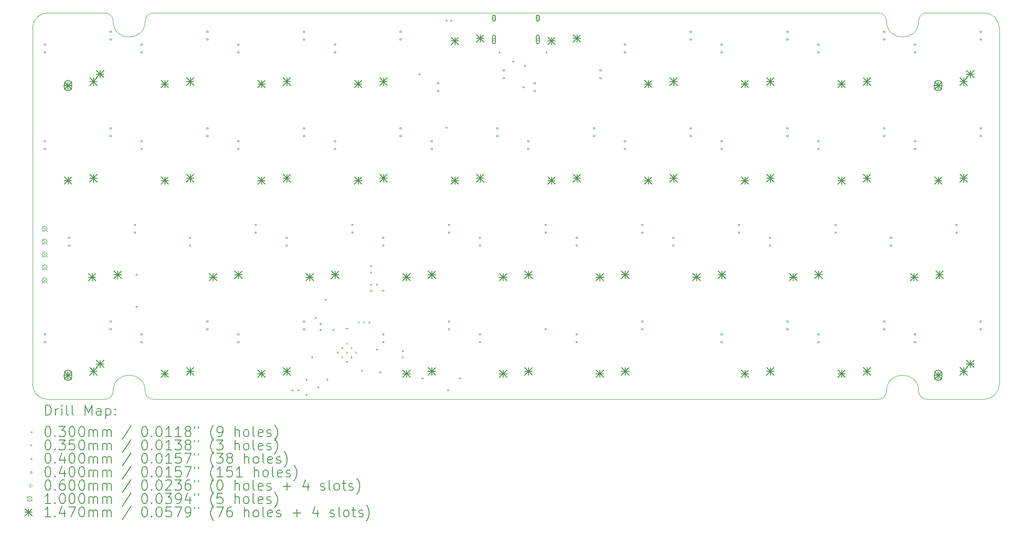
<source format=gbr>
%TF.GenerationSoftware,KiCad,Pcbnew,7.0.6*%
%TF.CreationDate,2023-10-22T23:34:21-04:00*%
%TF.ProjectId,good-delivery-alpha-stagger,676f6f64-2d64-4656-9c69-766572792d61,rev?*%
%TF.SameCoordinates,PX2d6b3a0PY7e9ae4e*%
%TF.FileFunction,Drillmap*%
%TF.FilePolarity,Positive*%
%FSLAX45Y45*%
G04 Gerber Fmt 4.5, Leading zero omitted, Abs format (unit mm)*
G04 Created by KiCad (PCBNEW 7.0.6) date 2023-10-22 23:34:21*
%MOMM*%
%LPD*%
G01*
G04 APERTURE LIST*
%ADD10C,0.100000*%
%ADD11C,0.200000*%
%ADD12C,0.030000*%
%ADD13C,0.035000*%
%ADD14C,0.040000*%
%ADD15C,0.060000*%
%ADD16C,0.147000*%
G04 APERTURE END LIST*
D10*
X-8Y297679D02*
X-8Y7322372D01*
X17619488Y7620029D02*
X18752352Y7620029D01*
X17619488Y7620022D02*
G75*
G03*
X17461488Y7462002I10J-158010D01*
G01*
X18752391Y-8D02*
G75*
G03*
X19050048Y297657I-3J297660D01*
G01*
X19050008Y7322372D02*
X19050008Y297679D01*
X2379488Y7620022D02*
G75*
G03*
X2221488Y7462002I10J-158010D01*
G01*
X2379488Y0D02*
X16669488Y0D01*
X17461488Y157502D02*
G75*
G03*
X16827488Y157502I-317000J0D01*
G01*
X17619488Y0D02*
X18752391Y0D01*
X297657Y7620020D02*
G75*
G03*
X0Y7322362I1J-297658D01*
G01*
X16827488Y7462002D02*
G75*
G03*
X17461488Y7462002I317000J0D01*
G01*
X17461486Y157502D02*
G75*
G03*
X17619488Y0I157752J250D01*
G01*
X2379488Y7620019D02*
X16669488Y7620019D01*
X19050045Y7322362D02*
G75*
G03*
X18752391Y7620019I-297657J0D01*
G01*
X16827485Y7462002D02*
G75*
G03*
X16669488Y7620019I-158007J10D01*
G01*
X6Y297657D02*
G75*
G03*
X297657Y0I297652J-5D01*
G01*
X1428743Y22D02*
X297649Y22D01*
X2221486Y157502D02*
G75*
G03*
X2379488Y0I157752J250D01*
G01*
X1587488Y7462002D02*
G75*
G03*
X2221488Y7462002I317000J0D01*
G01*
X1587485Y7462002D02*
G75*
G03*
X1429488Y7620019I-158007J10D01*
G01*
X16669488Y2D02*
G75*
G03*
X16827488Y157502I250J157750D01*
G01*
X2221488Y157502D02*
G75*
G03*
X1587488Y157502I-317000J0D01*
G01*
X1429488Y2D02*
G75*
G03*
X1587488Y157502I250J157750D01*
G01*
X297649Y7620029D02*
X1428743Y7620029D01*
D11*
D12*
X5995953Y937737D02*
X6025953Y907737D01*
X6025953Y937737D02*
X5995953Y907737D01*
X6086109Y1027893D02*
X6116109Y997893D01*
X6116109Y1027893D02*
X6086109Y997893D01*
X6086109Y847581D02*
X6116109Y817581D01*
X6116109Y847581D02*
X6086109Y817581D01*
X6176266Y1118049D02*
X6206266Y1088049D01*
X6206266Y1118049D02*
X6176266Y1088049D01*
X6176266Y937737D02*
X6206266Y907737D01*
X6206266Y937737D02*
X6176266Y907737D01*
X6176266Y757424D02*
X6206266Y727424D01*
X6206266Y757424D02*
X6176266Y727424D01*
X6266422Y1027893D02*
X6296422Y997893D01*
X6296422Y1027893D02*
X6266422Y997893D01*
X6266422Y847581D02*
X6296422Y817581D01*
X6296422Y847581D02*
X6266422Y817581D01*
X6356578Y937737D02*
X6386578Y907737D01*
X6386578Y937737D02*
X6356578Y907737D01*
D13*
X6446891Y1515051D02*
G75*
G03*
X6446891Y1515051I-17500J0D01*
G01*
X6551071Y1515051D02*
G75*
G03*
X6551071Y1515051I-17500J0D01*
G01*
X6655251Y1515051D02*
G75*
G03*
X6655251Y1515051I-17500J0D01*
G01*
D14*
X2049369Y2478149D02*
X2049369Y2438149D01*
X2029369Y2458149D02*
X2069369Y2458149D01*
X2049369Y1848149D02*
X2049369Y1808149D01*
X2029369Y1828149D02*
X2069369Y1828149D01*
X5119700Y198594D02*
X5119700Y158594D01*
X5099700Y178594D02*
X5139700Y178594D01*
X5238763Y198594D02*
X5238763Y158594D01*
X5218763Y178594D02*
X5258763Y178594D01*
X5397488Y406954D02*
X5397488Y366954D01*
X5377488Y386954D02*
X5417488Y386954D01*
X5398002Y109297D02*
X5398002Y69297D01*
X5378002Y89297D02*
X5418002Y89297D01*
X5506655Y853440D02*
X5506655Y813440D01*
X5486655Y833440D02*
X5526655Y833440D01*
X5577717Y1627348D02*
X5577717Y1587348D01*
X5557717Y1607348D02*
X5597717Y1607348D01*
X5625717Y258126D02*
X5625717Y218126D01*
X5605717Y238126D02*
X5645717Y238126D01*
X5673717Y1508285D02*
X5673717Y1468285D01*
X5653717Y1488285D02*
X5693717Y1488285D01*
X5673717Y1389222D02*
X5673717Y1349222D01*
X5653717Y1369222D02*
X5693717Y1369222D01*
X5774546Y1984536D02*
X5774546Y1944536D01*
X5754546Y1964536D02*
X5794546Y1964536D01*
X5804311Y406954D02*
X5804311Y366954D01*
X5784311Y386954D02*
X5824311Y386954D01*
X5923374Y1389222D02*
X5923374Y1349222D01*
X5903374Y1369222D02*
X5943374Y1369222D01*
X6191266Y1418988D02*
X6191266Y1378988D01*
X6171266Y1398988D02*
X6211266Y1398988D01*
X6488923Y585548D02*
X6488923Y545548D01*
X6468923Y565548D02*
X6508923Y565548D01*
X6667498Y2520337D02*
X6667498Y2480337D01*
X6647498Y2500337D02*
X6687498Y2500337D01*
X6670310Y2649869D02*
X6670310Y2609869D01*
X6650310Y2629869D02*
X6690310Y2629869D01*
X6670310Y2282212D02*
X6670310Y2242212D01*
X6650310Y2262212D02*
X6690310Y2262212D01*
X6670310Y2163149D02*
X6670310Y2123149D01*
X6650310Y2143149D02*
X6690310Y2143149D01*
X6786560Y2282212D02*
X6786560Y2242212D01*
X6766560Y2262212D02*
X6806560Y2262212D01*
X6786580Y1002268D02*
X6786580Y962268D01*
X6766580Y982268D02*
X6806580Y982268D01*
X6846111Y555783D02*
X6846111Y515783D01*
X6826111Y535783D02*
X6866111Y535783D01*
X6905623Y2163149D02*
X6905623Y2123149D01*
X6885623Y2143149D02*
X6925623Y2143149D01*
X7292596Y972502D02*
X7292596Y932502D01*
X7272596Y952502D02*
X7312596Y952502D01*
X7292596Y853440D02*
X7292596Y813440D01*
X7272596Y833440D02*
X7312596Y833440D01*
X7620019Y6432526D02*
X7620019Y6392526D01*
X7600019Y6412526D02*
X7640019Y6412526D01*
X7679551Y436720D02*
X7679551Y396720D01*
X7659551Y416720D02*
X7699551Y416720D01*
X8155802Y7491191D02*
X8155802Y7451191D01*
X8135802Y7471191D02*
X8175802Y7471191D01*
X8155802Y5377826D02*
X8155802Y5337826D01*
X8135802Y5357826D02*
X8175802Y5357826D01*
X8185567Y198594D02*
X8185567Y158594D01*
X8165567Y178594D02*
X8205567Y178594D01*
X8245099Y7491191D02*
X8245099Y7451191D01*
X8225099Y7471191D02*
X8265099Y7471191D01*
X8423693Y436720D02*
X8423693Y396720D01*
X8403693Y416720D02*
X8443693Y416720D01*
X9200024Y6866111D02*
X9200024Y6826111D01*
X9180024Y6846111D02*
X9220024Y6846111D01*
X9465493Y6687517D02*
X9465493Y6647517D01*
X9445493Y6667517D02*
X9485493Y6667517D01*
X9673853Y6179517D02*
X9673853Y6139517D01*
X9653853Y6159517D02*
X9693853Y6159517D01*
X9700024Y6598220D02*
X9700024Y6558220D01*
X9680024Y6578220D02*
X9720024Y6578220D01*
X10120338Y6866111D02*
X10120338Y6826111D01*
X10100338Y6846111D02*
X10140338Y6846111D01*
X255435Y5078584D02*
X255435Y5106869D01*
X227150Y5106869D01*
X227150Y5078584D01*
X255435Y5078584D01*
X255435Y4926184D02*
X255435Y4954469D01*
X227150Y4954469D01*
X227150Y4926184D01*
X255435Y4926184D01*
X255445Y6983574D02*
X255445Y7011859D01*
X227160Y7011859D01*
X227160Y6983574D01*
X255445Y6983574D01*
X255445Y6831174D02*
X255445Y6859459D01*
X227160Y6859459D01*
X227160Y6831174D01*
X255445Y6831174D01*
X255445Y1268575D02*
X255445Y1296859D01*
X227160Y1296859D01*
X227160Y1268575D01*
X255445Y1268575D01*
X255445Y1116175D02*
X255445Y1144459D01*
X227160Y1144459D01*
X227160Y1116175D01*
X255445Y1116175D01*
X734385Y3173574D02*
X734385Y3201859D01*
X706101Y3201859D01*
X706101Y3173574D01*
X734385Y3173574D01*
X734385Y3021174D02*
X734385Y3049459D01*
X706101Y3049459D01*
X706101Y3021174D01*
X734385Y3021174D01*
X1550835Y5332584D02*
X1550835Y5360869D01*
X1522550Y5360869D01*
X1522550Y5332584D01*
X1550835Y5332584D01*
X1550835Y5180184D02*
X1550835Y5208469D01*
X1522550Y5208469D01*
X1522550Y5180184D01*
X1550835Y5180184D01*
X1550845Y7237574D02*
X1550845Y7265859D01*
X1522560Y7265859D01*
X1522560Y7237574D01*
X1550845Y7237574D01*
X1550845Y7085174D02*
X1550845Y7113459D01*
X1522560Y7113459D01*
X1522560Y7085174D01*
X1550845Y7085174D01*
X1550845Y1522574D02*
X1550845Y1550859D01*
X1522560Y1550859D01*
X1522560Y1522574D01*
X1550845Y1522574D01*
X1550845Y1370175D02*
X1550845Y1398459D01*
X1522560Y1398459D01*
X1522560Y1370175D01*
X1550845Y1370175D01*
X2027085Y3427574D02*
X2027085Y3455859D01*
X1998801Y3455859D01*
X1998801Y3427574D01*
X2027085Y3427574D01*
X2027085Y3275174D02*
X2027085Y3303459D01*
X1998801Y3303459D01*
X1998801Y3275174D01*
X2027085Y3275174D01*
X2160445Y6983574D02*
X2160445Y7011859D01*
X2132160Y7011859D01*
X2132160Y6983574D01*
X2160445Y6983574D01*
X2160445Y6831174D02*
X2160445Y6859459D01*
X2132160Y6859459D01*
X2132160Y6831174D01*
X2160445Y6831174D01*
X2160445Y1268575D02*
X2160445Y1296859D01*
X2132160Y1296859D01*
X2132160Y1268575D01*
X2160445Y1268575D01*
X2160445Y1116175D02*
X2160445Y1144459D01*
X2132160Y1144459D01*
X2132160Y1116175D01*
X2160445Y1116175D01*
X2160446Y5078584D02*
X2160446Y5106869D01*
X2132162Y5106869D01*
X2132162Y5078584D01*
X2160446Y5078584D01*
X2160446Y4926184D02*
X2160446Y4954469D01*
X2132162Y4954469D01*
X2132162Y4926184D01*
X2160446Y4926184D01*
X3112937Y3173574D02*
X3112937Y3201859D01*
X3084653Y3201859D01*
X3084653Y3173574D01*
X3112937Y3173574D01*
X3112937Y3021174D02*
X3112937Y3049459D01*
X3084653Y3049459D01*
X3084653Y3021174D01*
X3112937Y3021174D01*
X3455845Y7237574D02*
X3455845Y7265859D01*
X3427560Y7265859D01*
X3427560Y7237574D01*
X3455845Y7237574D01*
X3455845Y7085174D02*
X3455845Y7113459D01*
X3427560Y7113459D01*
X3427560Y7085174D01*
X3455845Y7085174D01*
X3455845Y1522574D02*
X3455845Y1550859D01*
X3427560Y1550859D01*
X3427560Y1522574D01*
X3455845Y1522574D01*
X3455845Y1370175D02*
X3455845Y1398459D01*
X3427560Y1398459D01*
X3427560Y1370175D01*
X3455845Y1370175D01*
X3455846Y5332584D02*
X3455846Y5360869D01*
X3427562Y5360869D01*
X3427562Y5332584D01*
X3455846Y5332584D01*
X3455846Y5180184D02*
X3455846Y5208469D01*
X3427562Y5208469D01*
X3427562Y5180184D01*
X3455846Y5180184D01*
X4065445Y6983574D02*
X4065445Y7011859D01*
X4037160Y7011859D01*
X4037160Y6983574D01*
X4065445Y6983574D01*
X4065445Y6831174D02*
X4065445Y6859459D01*
X4037160Y6859459D01*
X4037160Y6831174D01*
X4065445Y6831174D01*
X4065445Y1268575D02*
X4065445Y1296859D01*
X4037160Y1296859D01*
X4037160Y1268575D01*
X4065445Y1268575D01*
X4065445Y1116175D02*
X4065445Y1144459D01*
X4037160Y1144459D01*
X4037160Y1116175D01*
X4065445Y1116175D01*
X4065446Y5078584D02*
X4065446Y5106869D01*
X4037162Y5106869D01*
X4037162Y5078584D01*
X4065446Y5078584D01*
X4065446Y4926184D02*
X4065446Y4954469D01*
X4037162Y4954469D01*
X4037162Y4926184D01*
X4065446Y4926184D01*
X4408338Y3427574D02*
X4408338Y3455859D01*
X4380053Y3455859D01*
X4380053Y3427574D01*
X4408338Y3427574D01*
X4408338Y3275174D02*
X4408338Y3303459D01*
X4380053Y3303459D01*
X4380053Y3275174D01*
X4408338Y3275174D01*
X5017947Y3173582D02*
X5017947Y3201867D01*
X4989663Y3201867D01*
X4989663Y3173582D01*
X5017947Y3173582D01*
X5017947Y3021182D02*
X5017947Y3049467D01*
X4989663Y3049467D01*
X4989663Y3021182D01*
X5017947Y3021182D01*
X5360845Y7237574D02*
X5360845Y7265859D01*
X5332560Y7265859D01*
X5332560Y7237574D01*
X5360845Y7237574D01*
X5360845Y7085174D02*
X5360845Y7113459D01*
X5332560Y7113459D01*
X5332560Y7085174D01*
X5360845Y7085174D01*
X5360845Y1522574D02*
X5360845Y1550859D01*
X5332560Y1550859D01*
X5332560Y1522574D01*
X5360845Y1522574D01*
X5360845Y1370175D02*
X5360845Y1398459D01*
X5332560Y1398459D01*
X5332560Y1370175D01*
X5360845Y1370175D01*
X5360846Y5332584D02*
X5360846Y5360869D01*
X5332562Y5360869D01*
X5332562Y5332584D01*
X5360846Y5332584D01*
X5360846Y5180184D02*
X5360846Y5208469D01*
X5332562Y5208469D01*
X5332562Y5180184D01*
X5360846Y5180184D01*
X5970445Y6983574D02*
X5970445Y7011859D01*
X5942160Y7011859D01*
X5942160Y6983574D01*
X5970445Y6983574D01*
X5970445Y6831174D02*
X5970445Y6859459D01*
X5942160Y6859459D01*
X5942160Y6831174D01*
X5970445Y6831174D01*
X5970446Y5078584D02*
X5970446Y5106869D01*
X5942162Y5106869D01*
X5942162Y5078584D01*
X5970446Y5078584D01*
X5970446Y4926184D02*
X5970446Y4954469D01*
X5942162Y4954469D01*
X5942162Y4926184D01*
X5970446Y4926184D01*
X6313347Y3427582D02*
X6313347Y3455867D01*
X6285062Y3455867D01*
X6285062Y3427582D01*
X6313347Y3427582D01*
X6313347Y3275182D02*
X6313347Y3303467D01*
X6285062Y3303467D01*
X6285062Y3275182D01*
X6313347Y3275182D01*
X6922945Y1268575D02*
X6922945Y1296859D01*
X6894660Y1296859D01*
X6894660Y1268575D01*
X6922945Y1268575D01*
X6922945Y1116175D02*
X6922945Y1144459D01*
X6894660Y1144459D01*
X6894660Y1116175D01*
X6922945Y1116175D01*
X6922947Y3173582D02*
X6922947Y3201867D01*
X6894662Y3201867D01*
X6894662Y3173582D01*
X6922947Y3173582D01*
X6922947Y3021182D02*
X6922947Y3049467D01*
X6894662Y3049467D01*
X6894662Y3021182D01*
X6922947Y3021182D01*
X7265845Y7237574D02*
X7265845Y7265859D01*
X7237560Y7265859D01*
X7237560Y7237574D01*
X7265845Y7237574D01*
X7265845Y7085174D02*
X7265845Y7113459D01*
X7237560Y7113459D01*
X7237560Y7085174D01*
X7265845Y7085174D01*
X7265846Y5332584D02*
X7265846Y5360869D01*
X7237562Y5360869D01*
X7237562Y5332584D01*
X7265846Y5332584D01*
X7265846Y5180184D02*
X7265846Y5208469D01*
X7237562Y5208469D01*
X7237562Y5180184D01*
X7265846Y5180184D01*
X7875446Y5078584D02*
X7875446Y5106869D01*
X7847162Y5106869D01*
X7847162Y5078584D01*
X7875446Y5078584D01*
X7875446Y4926184D02*
X7875446Y4954469D01*
X7847162Y4954469D01*
X7847162Y4926184D01*
X7875446Y4926184D01*
X8002445Y6221574D02*
X8002445Y6249859D01*
X7974160Y6249859D01*
X7974160Y6221574D01*
X8002445Y6221574D01*
X8002445Y6069174D02*
X8002445Y6097459D01*
X7974160Y6097459D01*
X7974160Y6069174D01*
X8002445Y6069174D01*
X8218345Y1522574D02*
X8218345Y1550859D01*
X8190060Y1550859D01*
X8190060Y1522574D01*
X8218345Y1522574D01*
X8218345Y1370175D02*
X8218345Y1398459D01*
X8190060Y1398459D01*
X8190060Y1370175D01*
X8218345Y1370175D01*
X8218347Y3427582D02*
X8218347Y3455867D01*
X8190062Y3455867D01*
X8190062Y3427582D01*
X8218347Y3427582D01*
X8218347Y3275182D02*
X8218347Y3303467D01*
X8190062Y3303467D01*
X8190062Y3275182D01*
X8218347Y3275182D01*
X8827947Y3173582D02*
X8827947Y3201867D01*
X8799663Y3201867D01*
X8799663Y3173582D01*
X8827947Y3173582D01*
X8827947Y3021182D02*
X8827947Y3049467D01*
X8799663Y3049467D01*
X8799663Y3021182D01*
X8827947Y3021182D01*
X8827966Y1268560D02*
X8827966Y1296845D01*
X8799682Y1296845D01*
X8799682Y1268560D01*
X8827966Y1268560D01*
X8827966Y1116160D02*
X8827966Y1144445D01*
X8799682Y1144445D01*
X8799682Y1116160D01*
X8827966Y1116160D01*
X9170846Y5332584D02*
X9170846Y5360869D01*
X9142562Y5360869D01*
X9142562Y5332584D01*
X9170846Y5332584D01*
X9170846Y5180184D02*
X9170846Y5208469D01*
X9142562Y5208469D01*
X9142562Y5180184D01*
X9170846Y5180184D01*
X9297845Y6475574D02*
X9297845Y6503859D01*
X9269560Y6503859D01*
X9269560Y6475574D01*
X9297845Y6475574D01*
X9297845Y6323174D02*
X9297845Y6351459D01*
X9269560Y6351459D01*
X9269560Y6323174D01*
X9297845Y6323174D01*
X9780446Y5078584D02*
X9780446Y5106869D01*
X9752162Y5106869D01*
X9752162Y5078584D01*
X9780446Y5078584D01*
X9780446Y4926184D02*
X9780446Y4954469D01*
X9752162Y4954469D01*
X9752162Y4926184D01*
X9780446Y4926184D01*
X9907445Y6221574D02*
X9907445Y6249859D01*
X9879160Y6249859D01*
X9879160Y6221574D01*
X9907445Y6221574D01*
X9907445Y6069174D02*
X9907445Y6097459D01*
X9879160Y6097459D01*
X9879160Y6069174D01*
X9907445Y6069174D01*
X10123347Y3427582D02*
X10123347Y3455867D01*
X10095063Y3455867D01*
X10095063Y3427582D01*
X10123347Y3427582D01*
X10123347Y3275182D02*
X10123347Y3303467D01*
X10095063Y3303467D01*
X10095063Y3275182D01*
X10123347Y3275182D01*
X10123366Y1370160D02*
X10123366Y1398445D01*
X10095082Y1398445D01*
X10095082Y1370160D01*
X10123366Y1370160D01*
X10732945Y1268575D02*
X10732945Y1296859D01*
X10704660Y1296859D01*
X10704660Y1268575D01*
X10732945Y1268575D01*
X10732945Y1116175D02*
X10732945Y1144459D01*
X10704660Y1144459D01*
X10704660Y1116175D01*
X10732945Y1116175D01*
X10732947Y3173582D02*
X10732947Y3201867D01*
X10704663Y3201867D01*
X10704663Y3173582D01*
X10732947Y3173582D01*
X10732947Y3021182D02*
X10732947Y3049467D01*
X10704663Y3049467D01*
X10704663Y3021182D01*
X10732947Y3021182D01*
X11075846Y5332584D02*
X11075846Y5360869D01*
X11047562Y5360869D01*
X11047562Y5332584D01*
X11075846Y5332584D01*
X11075846Y5180184D02*
X11075846Y5208469D01*
X11047562Y5208469D01*
X11047562Y5180184D01*
X11075846Y5180184D01*
X11202845Y6475574D02*
X11202845Y6503859D01*
X11174560Y6503859D01*
X11174560Y6475574D01*
X11202845Y6475574D01*
X11202845Y6323174D02*
X11202845Y6351459D01*
X11174560Y6351459D01*
X11174560Y6323174D01*
X11202845Y6323174D01*
X11685445Y6983574D02*
X11685445Y7011859D01*
X11657160Y7011859D01*
X11657160Y6983574D01*
X11685445Y6983574D01*
X11685445Y6831174D02*
X11685445Y6859459D01*
X11657160Y6859459D01*
X11657160Y6831174D01*
X11685445Y6831174D01*
X11685446Y5078584D02*
X11685446Y5106869D01*
X11657162Y5106869D01*
X11657162Y5078584D01*
X11685446Y5078584D01*
X11685446Y4926184D02*
X11685446Y4954469D01*
X11657162Y4954469D01*
X11657162Y4926184D01*
X11685446Y4926184D01*
X12028345Y1522574D02*
X12028345Y1550859D01*
X12000060Y1550859D01*
X12000060Y1522574D01*
X12028345Y1522574D01*
X12028345Y1370175D02*
X12028345Y1398459D01*
X12000060Y1398459D01*
X12000060Y1370175D01*
X12028345Y1370175D01*
X12028347Y3427582D02*
X12028347Y3455867D01*
X12000062Y3455867D01*
X12000062Y3427582D01*
X12028347Y3427582D01*
X12028347Y3275182D02*
X12028347Y3303467D01*
X12000062Y3303467D01*
X12000062Y3275182D01*
X12028347Y3275182D01*
X12637947Y3173582D02*
X12637947Y3201867D01*
X12609662Y3201867D01*
X12609662Y3173582D01*
X12637947Y3173582D01*
X12637947Y3021182D02*
X12637947Y3049467D01*
X12609662Y3049467D01*
X12609662Y3021182D01*
X12637947Y3021182D01*
X12980845Y7237574D02*
X12980845Y7265859D01*
X12952560Y7265859D01*
X12952560Y7237574D01*
X12980845Y7237574D01*
X12980845Y7085174D02*
X12980845Y7113459D01*
X12952560Y7113459D01*
X12952560Y7085174D01*
X12980845Y7085174D01*
X12980846Y5332584D02*
X12980846Y5360869D01*
X12952562Y5360869D01*
X12952562Y5332584D01*
X12980846Y5332584D01*
X12980846Y5180184D02*
X12980846Y5208469D01*
X12952562Y5208469D01*
X12952562Y5180184D01*
X12980846Y5180184D01*
X13590445Y6983574D02*
X13590445Y7011859D01*
X13562160Y7011859D01*
X13562160Y6983574D01*
X13590445Y6983574D01*
X13590445Y6831174D02*
X13590445Y6859459D01*
X13562160Y6859459D01*
X13562160Y6831174D01*
X13590445Y6831174D01*
X13590445Y1268575D02*
X13590445Y1296859D01*
X13562160Y1296859D01*
X13562160Y1268575D01*
X13590445Y1268575D01*
X13590445Y1116175D02*
X13590445Y1144459D01*
X13562160Y1144459D01*
X13562160Y1116175D01*
X13590445Y1116175D01*
X13590446Y5078584D02*
X13590446Y5106869D01*
X13562162Y5106869D01*
X13562162Y5078584D01*
X13590446Y5078584D01*
X13590446Y4926184D02*
X13590446Y4954469D01*
X13562162Y4954469D01*
X13562162Y4926184D01*
X13590446Y4926184D01*
X13933347Y3427582D02*
X13933347Y3455867D01*
X13905062Y3455867D01*
X13905062Y3427582D01*
X13933347Y3427582D01*
X13933347Y3275182D02*
X13933347Y3303467D01*
X13905062Y3303467D01*
X13905062Y3275182D01*
X13933347Y3275182D01*
X14542947Y3173582D02*
X14542947Y3201867D01*
X14514662Y3201867D01*
X14514662Y3173582D01*
X14542947Y3173582D01*
X14542947Y3021182D02*
X14542947Y3049467D01*
X14514662Y3049467D01*
X14514662Y3021182D01*
X14542947Y3021182D01*
X14885845Y7237574D02*
X14885845Y7265859D01*
X14857560Y7265859D01*
X14857560Y7237574D01*
X14885845Y7237574D01*
X14885845Y7085174D02*
X14885845Y7113459D01*
X14857560Y7113459D01*
X14857560Y7085174D01*
X14885845Y7085174D01*
X14885845Y1522574D02*
X14885845Y1550859D01*
X14857560Y1550859D01*
X14857560Y1522574D01*
X14885845Y1522574D01*
X14885845Y1370175D02*
X14885845Y1398459D01*
X14857560Y1398459D01*
X14857560Y1370175D01*
X14885845Y1370175D01*
X14885846Y5332584D02*
X14885846Y5360869D01*
X14857562Y5360869D01*
X14857562Y5332584D01*
X14885846Y5332584D01*
X14885846Y5180184D02*
X14885846Y5208469D01*
X14857562Y5208469D01*
X14857562Y5180184D01*
X14885846Y5180184D01*
X15495445Y6983574D02*
X15495445Y7011859D01*
X15467160Y7011859D01*
X15467160Y6983574D01*
X15495445Y6983574D01*
X15495445Y6831174D02*
X15495445Y6859459D01*
X15467160Y6859459D01*
X15467160Y6831174D01*
X15495445Y6831174D01*
X15495445Y1268575D02*
X15495445Y1296859D01*
X15467160Y1296859D01*
X15467160Y1268575D01*
X15495445Y1268575D01*
X15495445Y1116175D02*
X15495445Y1144459D01*
X15467160Y1144459D01*
X15467160Y1116175D01*
X15495445Y1116175D01*
X15495448Y5078584D02*
X15495448Y5106869D01*
X15467163Y5106869D01*
X15467163Y5078584D01*
X15495448Y5078584D01*
X15495448Y4926184D02*
X15495448Y4954469D01*
X15467163Y4954469D01*
X15467163Y4926184D01*
X15495448Y4926184D01*
X15838347Y3427582D02*
X15838347Y3455867D01*
X15810062Y3455867D01*
X15810062Y3427582D01*
X15838347Y3427582D01*
X15838347Y3275182D02*
X15838347Y3303467D01*
X15810062Y3303467D01*
X15810062Y3275182D01*
X15838347Y3275182D01*
X16790845Y7237574D02*
X16790845Y7265859D01*
X16762560Y7265859D01*
X16762560Y7237574D01*
X16790845Y7237574D01*
X16790845Y7085174D02*
X16790845Y7113459D01*
X16762560Y7113459D01*
X16762560Y7085174D01*
X16790845Y7085174D01*
X16790845Y1522574D02*
X16790845Y1550859D01*
X16762560Y1550859D01*
X16762560Y1522574D01*
X16790845Y1522574D01*
X16790845Y1370175D02*
X16790845Y1398459D01*
X16762560Y1398459D01*
X16762560Y1370175D01*
X16790845Y1370175D01*
X16790848Y5332584D02*
X16790848Y5360869D01*
X16762563Y5360869D01*
X16762563Y5332584D01*
X16790848Y5332584D01*
X16790848Y5180184D02*
X16790848Y5208469D01*
X16762563Y5208469D01*
X16762563Y5180184D01*
X16790848Y5180184D01*
X16926899Y3173582D02*
X16926899Y3201867D01*
X16898615Y3201867D01*
X16898615Y3173582D01*
X16926899Y3173582D01*
X16926899Y3021182D02*
X16926899Y3049467D01*
X16898615Y3049467D01*
X16898615Y3021182D01*
X16926899Y3021182D01*
X17400445Y6983574D02*
X17400445Y7011859D01*
X17372160Y7011859D01*
X17372160Y6983574D01*
X17400445Y6983574D01*
X17400445Y6831174D02*
X17400445Y6859459D01*
X17372160Y6859459D01*
X17372160Y6831174D01*
X17400445Y6831174D01*
X17400445Y1268575D02*
X17400445Y1296859D01*
X17372160Y1296859D01*
X17372160Y1268575D01*
X17400445Y1268575D01*
X17400445Y1116175D02*
X17400445Y1144459D01*
X17372160Y1144459D01*
X17372160Y1116175D01*
X17400445Y1116175D01*
X17400450Y5078584D02*
X17400450Y5106869D01*
X17372165Y5106869D01*
X17372165Y5078584D01*
X17400450Y5078584D01*
X17400450Y4926184D02*
X17400450Y4954469D01*
X17372165Y4954469D01*
X17372165Y4926184D01*
X17400450Y4926184D01*
X18219599Y3427582D02*
X18219599Y3455867D01*
X18191315Y3455867D01*
X18191315Y3427582D01*
X18219599Y3427582D01*
X18219599Y3275182D02*
X18219599Y3303467D01*
X18191315Y3303467D01*
X18191315Y3275182D01*
X18219599Y3275182D01*
X18695845Y7237574D02*
X18695845Y7265859D01*
X18667560Y7265859D01*
X18667560Y7237574D01*
X18695845Y7237574D01*
X18695845Y7085174D02*
X18695845Y7113459D01*
X18667560Y7113459D01*
X18667560Y7085174D01*
X18695845Y7085174D01*
X18695845Y1522574D02*
X18695845Y1550859D01*
X18667560Y1550859D01*
X18667560Y1522574D01*
X18695845Y1522574D01*
X18695845Y1370175D02*
X18695845Y1398459D01*
X18667560Y1398459D01*
X18667560Y1370175D01*
X18695845Y1370175D01*
X18695850Y5332584D02*
X18695850Y5360869D01*
X18667565Y5360869D01*
X18667565Y5332584D01*
X18695850Y5332584D01*
X18695850Y5180184D02*
X18695850Y5208469D01*
X18667565Y5208469D01*
X18667565Y5180184D01*
X18695850Y5180184D01*
D15*
X9093024Y7486659D02*
X9123024Y7516659D01*
X9093024Y7546659D01*
X9063024Y7516659D01*
X9093024Y7486659D01*
D11*
X9063024Y7546659D02*
X9063024Y7486659D01*
X9063024Y7486659D02*
G75*
G03*
X9123024Y7486659I30000J0D01*
G01*
X9123024Y7486659D02*
X9123024Y7546659D01*
X9123024Y7546659D02*
G75*
G03*
X9063024Y7546659I-30000J0D01*
G01*
D15*
X9093024Y7068659D02*
X9123024Y7098659D01*
X9093024Y7128659D01*
X9063024Y7098659D01*
X9093024Y7068659D01*
D11*
X9063024Y7153659D02*
X9063024Y7043659D01*
X9063024Y7043659D02*
G75*
G03*
X9123024Y7043659I30000J0D01*
G01*
X9123024Y7043659D02*
X9123024Y7153659D01*
X9123024Y7153659D02*
G75*
G03*
X9063024Y7153659I-30000J0D01*
G01*
D15*
X9957024Y7486659D02*
X9987024Y7516659D01*
X9957024Y7546659D01*
X9927024Y7516659D01*
X9957024Y7486659D01*
D11*
X9927024Y7546659D02*
X9927024Y7486659D01*
X9927024Y7486659D02*
G75*
G03*
X9987024Y7486659I30000J0D01*
G01*
X9987024Y7486659D02*
X9987024Y7546659D01*
X9987024Y7546659D02*
G75*
G03*
X9927024Y7546659I-30000J0D01*
G01*
D15*
X9957024Y7068659D02*
X9987024Y7098659D01*
X9957024Y7128659D01*
X9927024Y7098659D01*
X9957024Y7068659D01*
D11*
X9927024Y7153659D02*
X9927024Y7043659D01*
X9927024Y7043659D02*
G75*
G03*
X9987024Y7043659I30000J0D01*
G01*
X9987024Y7043659D02*
X9987024Y7153659D01*
X9987024Y7153659D02*
G75*
G03*
X9927024Y7153659I-30000J0D01*
G01*
D10*
X188117Y3415025D02*
X288117Y3315025D01*
X288117Y3415025D02*
X188117Y3315025D01*
X288117Y3365025D02*
G75*
G03*
X288117Y3365025I-50000J0D01*
G01*
X188117Y3161025D02*
X288117Y3061025D01*
X288117Y3161025D02*
X188117Y3061025D01*
X288117Y3111025D02*
G75*
G03*
X288117Y3111025I-50000J0D01*
G01*
X188117Y2907025D02*
X288117Y2807025D01*
X288117Y2907025D02*
X188117Y2807025D01*
X288117Y2857025D02*
G75*
G03*
X288117Y2857025I-50000J0D01*
G01*
X188117Y2653025D02*
X288117Y2553025D01*
X288117Y2653025D02*
X188117Y2553025D01*
X288117Y2603025D02*
G75*
G03*
X288117Y2603025I-50000J0D01*
G01*
X188117Y2399025D02*
X288117Y2299025D01*
X288117Y2399025D02*
X188117Y2299025D01*
X288117Y2349025D02*
G75*
G03*
X288117Y2349025I-50000J0D01*
G01*
D16*
X627002Y6261767D02*
X774002Y6114767D01*
X774002Y6261767D02*
X627002Y6114767D01*
X700502Y6261767D02*
X700502Y6114767D01*
X627002Y6188267D02*
X774002Y6188267D01*
D11*
X629173Y6222257D02*
X625181Y6164395D01*
X625181Y6164395D02*
G75*
G03*
X771832Y6154276I73326J-5059D01*
G01*
X771832Y6154276D02*
X775824Y6212139D01*
X775824Y6212139D02*
G75*
G03*
X629173Y6222257I-73326J5059D01*
G01*
D16*
X627002Y546767D02*
X774002Y399767D01*
X774002Y546767D02*
X627002Y399767D01*
X700502Y546767D02*
X700502Y399767D01*
X627002Y473267D02*
X774002Y473267D01*
D11*
X629173Y507257D02*
X625181Y449395D01*
X625181Y449395D02*
G75*
G03*
X771832Y439276I73326J-5059D01*
G01*
X771832Y439276D02*
X775824Y497139D01*
X775824Y497139D02*
G75*
G03*
X629173Y507257I-73326J5059D01*
G01*
D16*
X628993Y4386026D02*
X775993Y4239026D01*
X775993Y4386026D02*
X628993Y4239026D01*
X702493Y4386026D02*
X702493Y4239026D01*
X628993Y4312526D02*
X775993Y4312526D01*
X1105243Y2481017D02*
X1252243Y2334017D01*
X1252243Y2481017D02*
X1105243Y2334017D01*
X1178743Y2481017D02*
X1178743Y2334017D01*
X1105243Y2407517D02*
X1252243Y2407517D01*
X1128993Y4436026D02*
X1275993Y4289026D01*
X1275993Y4436026D02*
X1128993Y4289026D01*
X1202493Y4436026D02*
X1202493Y4289026D01*
X1128993Y4362526D02*
X1275993Y4362526D01*
X1129002Y6341017D02*
X1276002Y6194017D01*
X1276002Y6341017D02*
X1129002Y6194017D01*
X1202502Y6341017D02*
X1202502Y6194017D01*
X1129002Y6267517D02*
X1276002Y6267517D01*
X1129002Y626017D02*
X1276002Y479017D01*
X1276002Y626017D02*
X1129002Y479017D01*
X1202502Y626017D02*
X1202502Y479017D01*
X1129002Y552517D02*
X1276002Y552517D01*
X1260002Y6487017D02*
X1407002Y6340017D01*
X1407002Y6487017D02*
X1260002Y6340017D01*
X1333502Y6487017D02*
X1333502Y6340017D01*
X1260002Y6413517D02*
X1407002Y6413517D01*
X1260002Y772017D02*
X1407002Y625017D01*
X1407002Y772017D02*
X1260002Y625017D01*
X1333502Y772017D02*
X1333502Y625017D01*
X1260002Y698517D02*
X1407002Y698517D01*
X1605243Y2531017D02*
X1752243Y2384017D01*
X1752243Y2531017D02*
X1605243Y2384017D01*
X1678743Y2531017D02*
X1678743Y2384017D01*
X1605243Y2457517D02*
X1752243Y2457517D01*
X2534002Y6291017D02*
X2681002Y6144017D01*
X2681002Y6291017D02*
X2534002Y6144017D01*
X2607502Y6291017D02*
X2607502Y6144017D01*
X2534002Y6217517D02*
X2681002Y6217517D01*
X2534002Y576017D02*
X2681002Y429017D01*
X2681002Y576017D02*
X2534002Y429017D01*
X2607502Y576017D02*
X2607502Y429017D01*
X2534002Y502517D02*
X2681002Y502517D01*
X2534004Y4386026D02*
X2681004Y4239026D01*
X2681004Y4386026D02*
X2534004Y4239026D01*
X2607504Y4386026D02*
X2607504Y4239026D01*
X2534004Y4312526D02*
X2681004Y4312526D01*
X3034002Y6341017D02*
X3181002Y6194017D01*
X3181002Y6341017D02*
X3034002Y6194017D01*
X3107502Y6341017D02*
X3107502Y6194017D01*
X3034002Y6267517D02*
X3181002Y6267517D01*
X3034002Y626017D02*
X3181002Y479017D01*
X3181002Y626017D02*
X3034002Y479017D01*
X3107502Y626017D02*
X3107502Y479017D01*
X3034002Y552517D02*
X3181002Y552517D01*
X3034004Y4436026D02*
X3181004Y4289026D01*
X3181004Y4436026D02*
X3034004Y4289026D01*
X3107504Y4436026D02*
X3107504Y4289026D01*
X3034004Y4362526D02*
X3181004Y4362526D01*
X3486495Y2481017D02*
X3633495Y2334017D01*
X3633495Y2481017D02*
X3486495Y2334017D01*
X3559995Y2481017D02*
X3559995Y2334017D01*
X3486495Y2407517D02*
X3633495Y2407517D01*
X3986495Y2531017D02*
X4133495Y2384017D01*
X4133495Y2531017D02*
X3986495Y2384017D01*
X4059995Y2531017D02*
X4059995Y2384017D01*
X3986495Y2457517D02*
X4133495Y2457517D01*
X4439002Y6291017D02*
X4586002Y6144017D01*
X4586002Y6291017D02*
X4439002Y6144017D01*
X4512502Y6291017D02*
X4512502Y6144017D01*
X4439002Y6217517D02*
X4586002Y6217517D01*
X4439002Y576017D02*
X4586002Y429017D01*
X4586002Y576017D02*
X4439002Y429017D01*
X4512502Y576017D02*
X4512502Y429017D01*
X4439002Y502517D02*
X4586002Y502517D01*
X4439004Y4386026D02*
X4586004Y4239026D01*
X4586004Y4386026D02*
X4439004Y4239026D01*
X4512504Y4386026D02*
X4512504Y4239026D01*
X4439004Y4312526D02*
X4586004Y4312526D01*
X4939002Y6341017D02*
X5086002Y6194017D01*
X5086002Y6341017D02*
X4939002Y6194017D01*
X5012502Y6341017D02*
X5012502Y6194017D01*
X4939002Y6267517D02*
X5086002Y6267517D01*
X4939002Y626017D02*
X5086002Y479017D01*
X5086002Y626017D02*
X4939002Y479017D01*
X5012502Y626017D02*
X5012502Y479017D01*
X4939002Y552517D02*
X5086002Y552517D01*
X4939004Y4436026D02*
X5086004Y4289026D01*
X5086004Y4436026D02*
X4939004Y4289026D01*
X5012504Y4436026D02*
X5012504Y4289026D01*
X4939004Y4362526D02*
X5086004Y4362526D01*
X5391505Y2481025D02*
X5538505Y2334025D01*
X5538505Y2481025D02*
X5391505Y2334025D01*
X5465005Y2481025D02*
X5465005Y2334025D01*
X5391505Y2407525D02*
X5538505Y2407525D01*
X5891505Y2531025D02*
X6038505Y2384025D01*
X6038505Y2531025D02*
X5891505Y2384025D01*
X5965005Y2531025D02*
X5965005Y2384025D01*
X5891505Y2457525D02*
X6038505Y2457525D01*
X6344002Y6291017D02*
X6491002Y6144017D01*
X6491002Y6291017D02*
X6344002Y6144017D01*
X6417502Y6291017D02*
X6417502Y6144017D01*
X6344002Y6217517D02*
X6491002Y6217517D01*
X6344004Y4386026D02*
X6491004Y4239026D01*
X6491004Y4386026D02*
X6344004Y4239026D01*
X6417504Y4386026D02*
X6417504Y4239026D01*
X6344004Y4312526D02*
X6491004Y4312526D01*
X6844002Y6341017D02*
X6991002Y6194017D01*
X6991002Y6341017D02*
X6844002Y6194017D01*
X6917502Y6341017D02*
X6917502Y6194017D01*
X6844002Y6267517D02*
X6991002Y6267517D01*
X6844004Y4436026D02*
X6991004Y4289026D01*
X6991004Y4436026D02*
X6844004Y4289026D01*
X6917504Y4436026D02*
X6917504Y4289026D01*
X6844004Y4362526D02*
X6991004Y4362526D01*
X7296502Y576017D02*
X7443502Y429017D01*
X7443502Y576017D02*
X7296502Y429017D01*
X7370002Y576017D02*
X7370002Y429017D01*
X7296502Y502517D02*
X7443502Y502517D01*
X7296505Y2481025D02*
X7443505Y2334025D01*
X7443505Y2481025D02*
X7296505Y2334025D01*
X7370005Y2481025D02*
X7370005Y2334025D01*
X7296505Y2407525D02*
X7443505Y2407525D01*
X7796502Y626017D02*
X7943502Y479017D01*
X7943502Y626017D02*
X7796502Y479017D01*
X7870002Y626017D02*
X7870002Y479017D01*
X7796502Y552517D02*
X7943502Y552517D01*
X7796505Y2531025D02*
X7943505Y2384025D01*
X7943505Y2531025D02*
X7796505Y2384025D01*
X7870005Y2531025D02*
X7870005Y2384025D01*
X7796505Y2457525D02*
X7943505Y2457525D01*
X8249002Y7141017D02*
X8396002Y6994017D01*
X8396002Y7141017D02*
X8249002Y6994017D01*
X8322502Y7141017D02*
X8322502Y6994017D01*
X8249002Y7067517D02*
X8396002Y7067517D01*
X8249004Y4386026D02*
X8396004Y4239026D01*
X8396004Y4386026D02*
X8249004Y4239026D01*
X8322504Y4386026D02*
X8322504Y4239026D01*
X8249004Y4312526D02*
X8396004Y4312526D01*
X8749002Y7191017D02*
X8896002Y7044017D01*
X8896002Y7191017D02*
X8749002Y7044017D01*
X8822502Y7191017D02*
X8822502Y7044017D01*
X8749002Y7117517D02*
X8896002Y7117517D01*
X8749004Y4436026D02*
X8896004Y4289026D01*
X8896004Y4436026D02*
X8749004Y4289026D01*
X8822504Y4436026D02*
X8822504Y4289026D01*
X8749004Y4362526D02*
X8896004Y4362526D01*
X9201505Y2481025D02*
X9348505Y2334025D01*
X9348505Y2481025D02*
X9201505Y2334025D01*
X9275005Y2481025D02*
X9275005Y2334025D01*
X9201505Y2407525D02*
X9348505Y2407525D01*
X9201524Y576002D02*
X9348524Y429002D01*
X9348524Y576002D02*
X9201524Y429002D01*
X9275024Y576002D02*
X9275024Y429002D01*
X9201524Y502502D02*
X9348524Y502502D01*
X9701505Y2531025D02*
X9848505Y2384025D01*
X9848505Y2531025D02*
X9701505Y2384025D01*
X9775005Y2531025D02*
X9775005Y2384025D01*
X9701505Y2457525D02*
X9848505Y2457525D01*
X9701524Y626002D02*
X9848524Y479002D01*
X9848524Y626002D02*
X9701524Y479002D01*
X9775024Y626002D02*
X9775024Y479002D01*
X9701524Y552502D02*
X9848524Y552502D01*
X10154002Y7141017D02*
X10301002Y6994017D01*
X10301002Y7141017D02*
X10154002Y6994017D01*
X10227502Y7141017D02*
X10227502Y6994017D01*
X10154002Y7067517D02*
X10301002Y7067517D01*
X10154004Y4386026D02*
X10301004Y4239026D01*
X10301004Y4386026D02*
X10154004Y4239026D01*
X10227504Y4386026D02*
X10227504Y4239026D01*
X10154004Y4312526D02*
X10301004Y4312526D01*
X10654002Y7191017D02*
X10801002Y7044017D01*
X10801002Y7191017D02*
X10654002Y7044017D01*
X10727502Y7191017D02*
X10727502Y7044017D01*
X10654002Y7117517D02*
X10801002Y7117517D01*
X10654004Y4436026D02*
X10801004Y4289026D01*
X10801004Y4436026D02*
X10654004Y4289026D01*
X10727504Y4436026D02*
X10727504Y4289026D01*
X10654004Y4362526D02*
X10801004Y4362526D01*
X11106502Y576017D02*
X11253502Y429017D01*
X11253502Y576017D02*
X11106502Y429017D01*
X11180002Y576017D02*
X11180002Y429017D01*
X11106502Y502517D02*
X11253502Y502517D01*
X11106505Y2481025D02*
X11253505Y2334025D01*
X11253505Y2481025D02*
X11106505Y2334025D01*
X11180005Y2481025D02*
X11180005Y2334025D01*
X11106505Y2407525D02*
X11253505Y2407525D01*
X11606502Y626017D02*
X11753502Y479017D01*
X11753502Y626017D02*
X11606502Y479017D01*
X11680002Y626017D02*
X11680002Y479017D01*
X11606502Y552517D02*
X11753502Y552517D01*
X11606505Y2531025D02*
X11753505Y2384025D01*
X11753505Y2531025D02*
X11606505Y2384025D01*
X11680005Y2531025D02*
X11680005Y2384025D01*
X11606505Y2457525D02*
X11753505Y2457525D01*
X12059002Y6291017D02*
X12206002Y6144017D01*
X12206002Y6291017D02*
X12059002Y6144017D01*
X12132502Y6291017D02*
X12132502Y6144017D01*
X12059002Y6217517D02*
X12206002Y6217517D01*
X12059004Y4386026D02*
X12206004Y4239026D01*
X12206004Y4386026D02*
X12059004Y4239026D01*
X12132504Y4386026D02*
X12132504Y4239026D01*
X12059004Y4312526D02*
X12206004Y4312526D01*
X12559002Y6341017D02*
X12706002Y6194017D01*
X12706002Y6341017D02*
X12559002Y6194017D01*
X12632502Y6341017D02*
X12632502Y6194017D01*
X12559002Y6267517D02*
X12706002Y6267517D01*
X12559004Y4436026D02*
X12706004Y4289026D01*
X12706004Y4436026D02*
X12559004Y4289026D01*
X12632504Y4436026D02*
X12632504Y4289026D01*
X12559004Y4362526D02*
X12706004Y4362526D01*
X13011505Y2481025D02*
X13158505Y2334025D01*
X13158505Y2481025D02*
X13011505Y2334025D01*
X13085005Y2481025D02*
X13085005Y2334025D01*
X13011505Y2407525D02*
X13158505Y2407525D01*
X13511505Y2531025D02*
X13658505Y2384025D01*
X13658505Y2531025D02*
X13511505Y2384025D01*
X13585005Y2531025D02*
X13585005Y2384025D01*
X13511505Y2457525D02*
X13658505Y2457525D01*
X13964002Y6291017D02*
X14111002Y6144017D01*
X14111002Y6291017D02*
X13964002Y6144017D01*
X14037502Y6291017D02*
X14037502Y6144017D01*
X13964002Y6217517D02*
X14111002Y6217517D01*
X13964002Y576017D02*
X14111002Y429017D01*
X14111002Y576017D02*
X13964002Y429017D01*
X14037502Y576017D02*
X14037502Y429017D01*
X13964002Y502517D02*
X14111002Y502517D01*
X13964004Y4386026D02*
X14111004Y4239026D01*
X14111004Y4386026D02*
X13964004Y4239026D01*
X14037504Y4386026D02*
X14037504Y4239026D01*
X13964004Y4312526D02*
X14111004Y4312526D01*
X14464002Y6341017D02*
X14611002Y6194017D01*
X14611002Y6341017D02*
X14464002Y6194017D01*
X14537502Y6341017D02*
X14537502Y6194017D01*
X14464002Y6267517D02*
X14611002Y6267517D01*
X14464002Y626017D02*
X14611002Y479017D01*
X14611002Y626017D02*
X14464002Y479017D01*
X14537502Y626017D02*
X14537502Y479017D01*
X14464002Y552517D02*
X14611002Y552517D01*
X14464004Y4436026D02*
X14611004Y4289026D01*
X14611004Y4436026D02*
X14464004Y4289026D01*
X14537504Y4436026D02*
X14537504Y4289026D01*
X14464004Y4362526D02*
X14611004Y4362526D01*
X14916505Y2481025D02*
X15063505Y2334025D01*
X15063505Y2481025D02*
X14916505Y2334025D01*
X14990005Y2481025D02*
X14990005Y2334025D01*
X14916505Y2407525D02*
X15063505Y2407525D01*
X15416505Y2531025D02*
X15563505Y2384025D01*
X15563505Y2531025D02*
X15416505Y2384025D01*
X15490005Y2531025D02*
X15490005Y2384025D01*
X15416505Y2457525D02*
X15563505Y2457525D01*
X15869002Y6291017D02*
X16016002Y6144017D01*
X16016002Y6291017D02*
X15869002Y6144017D01*
X15942502Y6291017D02*
X15942502Y6144017D01*
X15869002Y6217517D02*
X16016002Y6217517D01*
X15869002Y576017D02*
X16016002Y429017D01*
X16016002Y576017D02*
X15869002Y429017D01*
X15942502Y576017D02*
X15942502Y429017D01*
X15869002Y502517D02*
X16016002Y502517D01*
X15869006Y4386026D02*
X16016006Y4239026D01*
X16016006Y4386026D02*
X15869006Y4239026D01*
X15942506Y4386026D02*
X15942506Y4239026D01*
X15869006Y4312526D02*
X16016006Y4312526D01*
X16369002Y6341017D02*
X16516002Y6194017D01*
X16516002Y6341017D02*
X16369002Y6194017D01*
X16442502Y6341017D02*
X16442502Y6194017D01*
X16369002Y6267517D02*
X16516002Y6267517D01*
X16369002Y626017D02*
X16516002Y479017D01*
X16516002Y626017D02*
X16369002Y479017D01*
X16442502Y626017D02*
X16442502Y479017D01*
X16369002Y552517D02*
X16516002Y552517D01*
X16369006Y4436026D02*
X16516006Y4289026D01*
X16516006Y4436026D02*
X16369006Y4289026D01*
X16442506Y4436026D02*
X16442506Y4289026D01*
X16369006Y4362526D02*
X16516006Y4362526D01*
X17297757Y2481025D02*
X17444757Y2334025D01*
X17444757Y2481025D02*
X17297757Y2334025D01*
X17371257Y2481025D02*
X17371257Y2334025D01*
X17297757Y2407525D02*
X17444757Y2407525D01*
X17772002Y6261767D02*
X17919002Y6114767D01*
X17919002Y6261767D02*
X17772002Y6114767D01*
X17845502Y6261767D02*
X17845502Y6114767D01*
X17772002Y6188267D02*
X17919002Y6188267D01*
D11*
X17774173Y6222257D02*
X17770181Y6164395D01*
X17770181Y6164395D02*
G75*
G03*
X17916832Y6154276I73326J-5059D01*
G01*
X17916832Y6154276D02*
X17920824Y6212139D01*
X17920824Y6212139D02*
G75*
G03*
X17774173Y6222257I-73326J5059D01*
G01*
D16*
X17772002Y546767D02*
X17919002Y399767D01*
X17919002Y546767D02*
X17772002Y399767D01*
X17845502Y546767D02*
X17845502Y399767D01*
X17772002Y473267D02*
X17919002Y473267D01*
D11*
X17774173Y507257D02*
X17770181Y449395D01*
X17770181Y449395D02*
G75*
G03*
X17916832Y439276I73326J-5059D01*
G01*
X17916832Y439276D02*
X17920824Y497139D01*
X17920824Y497139D02*
G75*
G03*
X17774173Y507257I-73326J5059D01*
G01*
D16*
X17774007Y4386026D02*
X17921007Y4239026D01*
X17921007Y4386026D02*
X17774007Y4239026D01*
X17847507Y4386026D02*
X17847507Y4239026D01*
X17774007Y4312526D02*
X17921007Y4312526D01*
X17797757Y2531025D02*
X17944757Y2384025D01*
X17944757Y2531025D02*
X17797757Y2384025D01*
X17871257Y2531025D02*
X17871257Y2384025D01*
X17797757Y2457525D02*
X17944757Y2457525D01*
X18274002Y6341017D02*
X18421002Y6194017D01*
X18421002Y6341017D02*
X18274002Y6194017D01*
X18347502Y6341017D02*
X18347502Y6194017D01*
X18274002Y6267517D02*
X18421002Y6267517D01*
X18274002Y626017D02*
X18421002Y479017D01*
X18421002Y626017D02*
X18274002Y479017D01*
X18347502Y626017D02*
X18347502Y479017D01*
X18274002Y552517D02*
X18421002Y552517D01*
X18274007Y4436026D02*
X18421007Y4289026D01*
X18421007Y4436026D02*
X18274007Y4289026D01*
X18347507Y4436026D02*
X18347507Y4289026D01*
X18274007Y4362526D02*
X18421007Y4362526D01*
X18405002Y6487017D02*
X18552002Y6340017D01*
X18552002Y6487017D02*
X18405002Y6340017D01*
X18478502Y6487017D02*
X18478502Y6340017D01*
X18405002Y6413517D02*
X18552002Y6413517D01*
X18405002Y772017D02*
X18552002Y625017D01*
X18552002Y772017D02*
X18405002Y625017D01*
X18478502Y772017D02*
X18478502Y625017D01*
X18405002Y698517D02*
X18552002Y698517D01*
D11*
X255769Y-316484D02*
X255769Y-116484D01*
X255769Y-116484D02*
X303388Y-116484D01*
X303388Y-116484D02*
X331959Y-126008D01*
X331959Y-126008D02*
X351007Y-145055D01*
X351007Y-145055D02*
X360531Y-164103D01*
X360531Y-164103D02*
X370054Y-202198D01*
X370054Y-202198D02*
X370054Y-230770D01*
X370054Y-230770D02*
X360531Y-268865D01*
X360531Y-268865D02*
X351007Y-287913D01*
X351007Y-287913D02*
X331959Y-306960D01*
X331959Y-306960D02*
X303388Y-316484D01*
X303388Y-316484D02*
X255769Y-316484D01*
X455769Y-316484D02*
X455769Y-183151D01*
X455769Y-221246D02*
X465293Y-202198D01*
X465293Y-202198D02*
X474816Y-192674D01*
X474816Y-192674D02*
X493864Y-183151D01*
X493864Y-183151D02*
X512912Y-183151D01*
X579578Y-316484D02*
X579578Y-183151D01*
X579578Y-116484D02*
X570055Y-126008D01*
X570055Y-126008D02*
X579578Y-135532D01*
X579578Y-135532D02*
X589102Y-126008D01*
X589102Y-126008D02*
X579578Y-116484D01*
X579578Y-116484D02*
X579578Y-135532D01*
X703388Y-316484D02*
X684340Y-306960D01*
X684340Y-306960D02*
X674816Y-287913D01*
X674816Y-287913D02*
X674816Y-116484D01*
X808150Y-316484D02*
X789102Y-306960D01*
X789102Y-306960D02*
X779578Y-287913D01*
X779578Y-287913D02*
X779578Y-116484D01*
X1036721Y-316484D02*
X1036721Y-116484D01*
X1036721Y-116484D02*
X1103388Y-259341D01*
X1103388Y-259341D02*
X1170055Y-116484D01*
X1170055Y-116484D02*
X1170055Y-316484D01*
X1351007Y-316484D02*
X1351007Y-211722D01*
X1351007Y-211722D02*
X1341483Y-192674D01*
X1341483Y-192674D02*
X1322436Y-183151D01*
X1322436Y-183151D02*
X1284340Y-183151D01*
X1284340Y-183151D02*
X1265293Y-192674D01*
X1351007Y-306960D02*
X1331959Y-316484D01*
X1331959Y-316484D02*
X1284340Y-316484D01*
X1284340Y-316484D02*
X1265293Y-306960D01*
X1265293Y-306960D02*
X1255769Y-287913D01*
X1255769Y-287913D02*
X1255769Y-268865D01*
X1255769Y-268865D02*
X1265293Y-249817D01*
X1265293Y-249817D02*
X1284340Y-240293D01*
X1284340Y-240293D02*
X1331959Y-240293D01*
X1331959Y-240293D02*
X1351007Y-230770D01*
X1446245Y-183151D02*
X1446245Y-383151D01*
X1446245Y-192674D02*
X1465293Y-183151D01*
X1465293Y-183151D02*
X1503388Y-183151D01*
X1503388Y-183151D02*
X1522435Y-192674D01*
X1522435Y-192674D02*
X1531959Y-202198D01*
X1531959Y-202198D02*
X1541483Y-221246D01*
X1541483Y-221246D02*
X1541483Y-278389D01*
X1541483Y-278389D02*
X1531959Y-297436D01*
X1531959Y-297436D02*
X1522435Y-306960D01*
X1522435Y-306960D02*
X1503388Y-316484D01*
X1503388Y-316484D02*
X1465293Y-316484D01*
X1465293Y-316484D02*
X1446245Y-306960D01*
X1627197Y-297436D02*
X1636721Y-306960D01*
X1636721Y-306960D02*
X1627197Y-316484D01*
X1627197Y-316484D02*
X1617674Y-306960D01*
X1617674Y-306960D02*
X1627197Y-297436D01*
X1627197Y-297436D02*
X1627197Y-316484D01*
X1627197Y-192674D02*
X1636721Y-202198D01*
X1636721Y-202198D02*
X1627197Y-211722D01*
X1627197Y-211722D02*
X1617674Y-202198D01*
X1617674Y-202198D02*
X1627197Y-192674D01*
X1627197Y-192674D02*
X1627197Y-211722D01*
D12*
X-35008Y-630000D02*
X-5008Y-660000D01*
X-5008Y-630000D02*
X-35008Y-660000D01*
D11*
X293864Y-536484D02*
X312912Y-536484D01*
X312912Y-536484D02*
X331959Y-546008D01*
X331959Y-546008D02*
X341483Y-555532D01*
X341483Y-555532D02*
X351007Y-574579D01*
X351007Y-574579D02*
X360531Y-612674D01*
X360531Y-612674D02*
X360531Y-660294D01*
X360531Y-660294D02*
X351007Y-698389D01*
X351007Y-698389D02*
X341483Y-717436D01*
X341483Y-717436D02*
X331959Y-726960D01*
X331959Y-726960D02*
X312912Y-736484D01*
X312912Y-736484D02*
X293864Y-736484D01*
X293864Y-736484D02*
X274816Y-726960D01*
X274816Y-726960D02*
X265293Y-717436D01*
X265293Y-717436D02*
X255769Y-698389D01*
X255769Y-698389D02*
X246245Y-660294D01*
X246245Y-660294D02*
X246245Y-612674D01*
X246245Y-612674D02*
X255769Y-574579D01*
X255769Y-574579D02*
X265293Y-555532D01*
X265293Y-555532D02*
X274816Y-546008D01*
X274816Y-546008D02*
X293864Y-536484D01*
X446245Y-717436D02*
X455769Y-726960D01*
X455769Y-726960D02*
X446245Y-736484D01*
X446245Y-736484D02*
X436721Y-726960D01*
X436721Y-726960D02*
X446245Y-717436D01*
X446245Y-717436D02*
X446245Y-736484D01*
X522435Y-536484D02*
X646245Y-536484D01*
X646245Y-536484D02*
X579578Y-612674D01*
X579578Y-612674D02*
X608150Y-612674D01*
X608150Y-612674D02*
X627197Y-622198D01*
X627197Y-622198D02*
X636721Y-631722D01*
X636721Y-631722D02*
X646245Y-650770D01*
X646245Y-650770D02*
X646245Y-698389D01*
X646245Y-698389D02*
X636721Y-717436D01*
X636721Y-717436D02*
X627197Y-726960D01*
X627197Y-726960D02*
X608150Y-736484D01*
X608150Y-736484D02*
X551007Y-736484D01*
X551007Y-736484D02*
X531959Y-726960D01*
X531959Y-726960D02*
X522435Y-717436D01*
X770054Y-536484D02*
X789102Y-536484D01*
X789102Y-536484D02*
X808150Y-546008D01*
X808150Y-546008D02*
X817674Y-555532D01*
X817674Y-555532D02*
X827197Y-574579D01*
X827197Y-574579D02*
X836721Y-612674D01*
X836721Y-612674D02*
X836721Y-660294D01*
X836721Y-660294D02*
X827197Y-698389D01*
X827197Y-698389D02*
X817674Y-717436D01*
X817674Y-717436D02*
X808150Y-726960D01*
X808150Y-726960D02*
X789102Y-736484D01*
X789102Y-736484D02*
X770054Y-736484D01*
X770054Y-736484D02*
X751007Y-726960D01*
X751007Y-726960D02*
X741483Y-717436D01*
X741483Y-717436D02*
X731959Y-698389D01*
X731959Y-698389D02*
X722435Y-660294D01*
X722435Y-660294D02*
X722435Y-612674D01*
X722435Y-612674D02*
X731959Y-574579D01*
X731959Y-574579D02*
X741483Y-555532D01*
X741483Y-555532D02*
X751007Y-546008D01*
X751007Y-546008D02*
X770054Y-536484D01*
X960531Y-536484D02*
X979578Y-536484D01*
X979578Y-536484D02*
X998626Y-546008D01*
X998626Y-546008D02*
X1008150Y-555532D01*
X1008150Y-555532D02*
X1017674Y-574579D01*
X1017674Y-574579D02*
X1027197Y-612674D01*
X1027197Y-612674D02*
X1027197Y-660294D01*
X1027197Y-660294D02*
X1017674Y-698389D01*
X1017674Y-698389D02*
X1008150Y-717436D01*
X1008150Y-717436D02*
X998626Y-726960D01*
X998626Y-726960D02*
X979578Y-736484D01*
X979578Y-736484D02*
X960531Y-736484D01*
X960531Y-736484D02*
X941483Y-726960D01*
X941483Y-726960D02*
X931959Y-717436D01*
X931959Y-717436D02*
X922435Y-698389D01*
X922435Y-698389D02*
X912912Y-660294D01*
X912912Y-660294D02*
X912912Y-612674D01*
X912912Y-612674D02*
X922435Y-574579D01*
X922435Y-574579D02*
X931959Y-555532D01*
X931959Y-555532D02*
X941483Y-546008D01*
X941483Y-546008D02*
X960531Y-536484D01*
X1112912Y-736484D02*
X1112912Y-603151D01*
X1112912Y-622198D02*
X1122436Y-612674D01*
X1122436Y-612674D02*
X1141483Y-603151D01*
X1141483Y-603151D02*
X1170055Y-603151D01*
X1170055Y-603151D02*
X1189102Y-612674D01*
X1189102Y-612674D02*
X1198626Y-631722D01*
X1198626Y-631722D02*
X1198626Y-736484D01*
X1198626Y-631722D02*
X1208150Y-612674D01*
X1208150Y-612674D02*
X1227197Y-603151D01*
X1227197Y-603151D02*
X1255769Y-603151D01*
X1255769Y-603151D02*
X1274817Y-612674D01*
X1274817Y-612674D02*
X1284340Y-631722D01*
X1284340Y-631722D02*
X1284340Y-736484D01*
X1379578Y-736484D02*
X1379578Y-603151D01*
X1379578Y-622198D02*
X1389102Y-612674D01*
X1389102Y-612674D02*
X1408150Y-603151D01*
X1408150Y-603151D02*
X1436721Y-603151D01*
X1436721Y-603151D02*
X1455769Y-612674D01*
X1455769Y-612674D02*
X1465293Y-631722D01*
X1465293Y-631722D02*
X1465293Y-736484D01*
X1465293Y-631722D02*
X1474816Y-612674D01*
X1474816Y-612674D02*
X1493864Y-603151D01*
X1493864Y-603151D02*
X1522435Y-603151D01*
X1522435Y-603151D02*
X1541483Y-612674D01*
X1541483Y-612674D02*
X1551007Y-631722D01*
X1551007Y-631722D02*
X1551007Y-736484D01*
X1941483Y-526960D02*
X1770055Y-784103D01*
X2198626Y-536484D02*
X2217674Y-536484D01*
X2217674Y-536484D02*
X2236721Y-546008D01*
X2236721Y-546008D02*
X2246245Y-555532D01*
X2246245Y-555532D02*
X2255769Y-574579D01*
X2255769Y-574579D02*
X2265293Y-612674D01*
X2265293Y-612674D02*
X2265293Y-660294D01*
X2265293Y-660294D02*
X2255769Y-698389D01*
X2255769Y-698389D02*
X2246245Y-717436D01*
X2246245Y-717436D02*
X2236721Y-726960D01*
X2236721Y-726960D02*
X2217674Y-736484D01*
X2217674Y-736484D02*
X2198626Y-736484D01*
X2198626Y-736484D02*
X2179579Y-726960D01*
X2179579Y-726960D02*
X2170055Y-717436D01*
X2170055Y-717436D02*
X2160531Y-698389D01*
X2160531Y-698389D02*
X2151007Y-660294D01*
X2151007Y-660294D02*
X2151007Y-612674D01*
X2151007Y-612674D02*
X2160531Y-574579D01*
X2160531Y-574579D02*
X2170055Y-555532D01*
X2170055Y-555532D02*
X2179579Y-546008D01*
X2179579Y-546008D02*
X2198626Y-536484D01*
X2351007Y-717436D02*
X2360531Y-726960D01*
X2360531Y-726960D02*
X2351007Y-736484D01*
X2351007Y-736484D02*
X2341483Y-726960D01*
X2341483Y-726960D02*
X2351007Y-717436D01*
X2351007Y-717436D02*
X2351007Y-736484D01*
X2484340Y-536484D02*
X2503388Y-536484D01*
X2503388Y-536484D02*
X2522436Y-546008D01*
X2522436Y-546008D02*
X2531960Y-555532D01*
X2531960Y-555532D02*
X2541483Y-574579D01*
X2541483Y-574579D02*
X2551007Y-612674D01*
X2551007Y-612674D02*
X2551007Y-660294D01*
X2551007Y-660294D02*
X2541483Y-698389D01*
X2541483Y-698389D02*
X2531960Y-717436D01*
X2531960Y-717436D02*
X2522436Y-726960D01*
X2522436Y-726960D02*
X2503388Y-736484D01*
X2503388Y-736484D02*
X2484340Y-736484D01*
X2484340Y-736484D02*
X2465293Y-726960D01*
X2465293Y-726960D02*
X2455769Y-717436D01*
X2455769Y-717436D02*
X2446245Y-698389D01*
X2446245Y-698389D02*
X2436721Y-660294D01*
X2436721Y-660294D02*
X2436721Y-612674D01*
X2436721Y-612674D02*
X2446245Y-574579D01*
X2446245Y-574579D02*
X2455769Y-555532D01*
X2455769Y-555532D02*
X2465293Y-546008D01*
X2465293Y-546008D02*
X2484340Y-536484D01*
X2741483Y-736484D02*
X2627198Y-736484D01*
X2684340Y-736484D02*
X2684340Y-536484D01*
X2684340Y-536484D02*
X2665293Y-565055D01*
X2665293Y-565055D02*
X2646245Y-584103D01*
X2646245Y-584103D02*
X2627198Y-593627D01*
X2931959Y-736484D02*
X2817674Y-736484D01*
X2874817Y-736484D02*
X2874817Y-536484D01*
X2874817Y-536484D02*
X2855769Y-565055D01*
X2855769Y-565055D02*
X2836721Y-584103D01*
X2836721Y-584103D02*
X2817674Y-593627D01*
X3046245Y-622198D02*
X3027198Y-612674D01*
X3027198Y-612674D02*
X3017674Y-603151D01*
X3017674Y-603151D02*
X3008150Y-584103D01*
X3008150Y-584103D02*
X3008150Y-574579D01*
X3008150Y-574579D02*
X3017674Y-555532D01*
X3017674Y-555532D02*
X3027198Y-546008D01*
X3027198Y-546008D02*
X3046245Y-536484D01*
X3046245Y-536484D02*
X3084340Y-536484D01*
X3084340Y-536484D02*
X3103388Y-546008D01*
X3103388Y-546008D02*
X3112912Y-555532D01*
X3112912Y-555532D02*
X3122436Y-574579D01*
X3122436Y-574579D02*
X3122436Y-584103D01*
X3122436Y-584103D02*
X3112912Y-603151D01*
X3112912Y-603151D02*
X3103388Y-612674D01*
X3103388Y-612674D02*
X3084340Y-622198D01*
X3084340Y-622198D02*
X3046245Y-622198D01*
X3046245Y-622198D02*
X3027198Y-631722D01*
X3027198Y-631722D02*
X3017674Y-641246D01*
X3017674Y-641246D02*
X3008150Y-660294D01*
X3008150Y-660294D02*
X3008150Y-698389D01*
X3008150Y-698389D02*
X3017674Y-717436D01*
X3017674Y-717436D02*
X3027198Y-726960D01*
X3027198Y-726960D02*
X3046245Y-736484D01*
X3046245Y-736484D02*
X3084340Y-736484D01*
X3084340Y-736484D02*
X3103388Y-726960D01*
X3103388Y-726960D02*
X3112912Y-717436D01*
X3112912Y-717436D02*
X3122436Y-698389D01*
X3122436Y-698389D02*
X3122436Y-660294D01*
X3122436Y-660294D02*
X3112912Y-641246D01*
X3112912Y-641246D02*
X3103388Y-631722D01*
X3103388Y-631722D02*
X3084340Y-622198D01*
X3198626Y-536484D02*
X3198626Y-574579D01*
X3274817Y-536484D02*
X3274817Y-574579D01*
X3570055Y-812674D02*
X3560531Y-803151D01*
X3560531Y-803151D02*
X3541483Y-774579D01*
X3541483Y-774579D02*
X3531960Y-755532D01*
X3531960Y-755532D02*
X3522436Y-726960D01*
X3522436Y-726960D02*
X3512912Y-679341D01*
X3512912Y-679341D02*
X3512912Y-641246D01*
X3512912Y-641246D02*
X3522436Y-593627D01*
X3522436Y-593627D02*
X3531960Y-565055D01*
X3531960Y-565055D02*
X3541483Y-546008D01*
X3541483Y-546008D02*
X3560531Y-517436D01*
X3560531Y-517436D02*
X3570055Y-507912D01*
X3655769Y-736484D02*
X3693864Y-736484D01*
X3693864Y-736484D02*
X3712912Y-726960D01*
X3712912Y-726960D02*
X3722436Y-717436D01*
X3722436Y-717436D02*
X3741483Y-688865D01*
X3741483Y-688865D02*
X3751007Y-650770D01*
X3751007Y-650770D02*
X3751007Y-574579D01*
X3751007Y-574579D02*
X3741483Y-555532D01*
X3741483Y-555532D02*
X3731960Y-546008D01*
X3731960Y-546008D02*
X3712912Y-536484D01*
X3712912Y-536484D02*
X3674817Y-536484D01*
X3674817Y-536484D02*
X3655769Y-546008D01*
X3655769Y-546008D02*
X3646245Y-555532D01*
X3646245Y-555532D02*
X3636721Y-574579D01*
X3636721Y-574579D02*
X3636721Y-622198D01*
X3636721Y-622198D02*
X3646245Y-641246D01*
X3646245Y-641246D02*
X3655769Y-650770D01*
X3655769Y-650770D02*
X3674817Y-660294D01*
X3674817Y-660294D02*
X3712912Y-660294D01*
X3712912Y-660294D02*
X3731960Y-650770D01*
X3731960Y-650770D02*
X3741483Y-641246D01*
X3741483Y-641246D02*
X3751007Y-622198D01*
X3989102Y-736484D02*
X3989102Y-536484D01*
X4074817Y-736484D02*
X4074817Y-631722D01*
X4074817Y-631722D02*
X4065293Y-612674D01*
X4065293Y-612674D02*
X4046245Y-603151D01*
X4046245Y-603151D02*
X4017674Y-603151D01*
X4017674Y-603151D02*
X3998626Y-612674D01*
X3998626Y-612674D02*
X3989102Y-622198D01*
X4198626Y-736484D02*
X4179579Y-726960D01*
X4179579Y-726960D02*
X4170055Y-717436D01*
X4170055Y-717436D02*
X4160531Y-698389D01*
X4160531Y-698389D02*
X4160531Y-641246D01*
X4160531Y-641246D02*
X4170055Y-622198D01*
X4170055Y-622198D02*
X4179579Y-612674D01*
X4179579Y-612674D02*
X4198626Y-603151D01*
X4198626Y-603151D02*
X4227198Y-603151D01*
X4227198Y-603151D02*
X4246245Y-612674D01*
X4246245Y-612674D02*
X4255769Y-622198D01*
X4255769Y-622198D02*
X4265293Y-641246D01*
X4265293Y-641246D02*
X4265293Y-698389D01*
X4265293Y-698389D02*
X4255769Y-717436D01*
X4255769Y-717436D02*
X4246245Y-726960D01*
X4246245Y-726960D02*
X4227198Y-736484D01*
X4227198Y-736484D02*
X4198626Y-736484D01*
X4379579Y-736484D02*
X4360531Y-726960D01*
X4360531Y-726960D02*
X4351007Y-707912D01*
X4351007Y-707912D02*
X4351007Y-536484D01*
X4531960Y-726960D02*
X4512912Y-736484D01*
X4512912Y-736484D02*
X4474817Y-736484D01*
X4474817Y-736484D02*
X4455769Y-726960D01*
X4455769Y-726960D02*
X4446245Y-707912D01*
X4446245Y-707912D02*
X4446245Y-631722D01*
X4446245Y-631722D02*
X4455769Y-612674D01*
X4455769Y-612674D02*
X4474817Y-603151D01*
X4474817Y-603151D02*
X4512912Y-603151D01*
X4512912Y-603151D02*
X4531960Y-612674D01*
X4531960Y-612674D02*
X4541484Y-631722D01*
X4541484Y-631722D02*
X4541484Y-650770D01*
X4541484Y-650770D02*
X4446245Y-669817D01*
X4617674Y-726960D02*
X4636722Y-736484D01*
X4636722Y-736484D02*
X4674817Y-736484D01*
X4674817Y-736484D02*
X4693865Y-726960D01*
X4693865Y-726960D02*
X4703388Y-707912D01*
X4703388Y-707912D02*
X4703388Y-698389D01*
X4703388Y-698389D02*
X4693865Y-679341D01*
X4693865Y-679341D02*
X4674817Y-669817D01*
X4674817Y-669817D02*
X4646245Y-669817D01*
X4646245Y-669817D02*
X4627198Y-660294D01*
X4627198Y-660294D02*
X4617674Y-641246D01*
X4617674Y-641246D02*
X4617674Y-631722D01*
X4617674Y-631722D02*
X4627198Y-612674D01*
X4627198Y-612674D02*
X4646245Y-603151D01*
X4646245Y-603151D02*
X4674817Y-603151D01*
X4674817Y-603151D02*
X4693865Y-612674D01*
X4770055Y-812674D02*
X4779579Y-803151D01*
X4779579Y-803151D02*
X4798626Y-774579D01*
X4798626Y-774579D02*
X4808150Y-755532D01*
X4808150Y-755532D02*
X4817674Y-726960D01*
X4817674Y-726960D02*
X4827198Y-679341D01*
X4827198Y-679341D02*
X4827198Y-641246D01*
X4827198Y-641246D02*
X4817674Y-593627D01*
X4817674Y-593627D02*
X4808150Y-565055D01*
X4808150Y-565055D02*
X4798626Y-546008D01*
X4798626Y-546008D02*
X4779579Y-517436D01*
X4779579Y-517436D02*
X4770055Y-507912D01*
D13*
X-5008Y-909000D02*
G75*
G03*
X-5008Y-909000I-17500J0D01*
G01*
D11*
X293864Y-800484D02*
X312912Y-800484D01*
X312912Y-800484D02*
X331959Y-810008D01*
X331959Y-810008D02*
X341483Y-819532D01*
X341483Y-819532D02*
X351007Y-838579D01*
X351007Y-838579D02*
X360531Y-876674D01*
X360531Y-876674D02*
X360531Y-924293D01*
X360531Y-924293D02*
X351007Y-962389D01*
X351007Y-962389D02*
X341483Y-981436D01*
X341483Y-981436D02*
X331959Y-990960D01*
X331959Y-990960D02*
X312912Y-1000484D01*
X312912Y-1000484D02*
X293864Y-1000484D01*
X293864Y-1000484D02*
X274816Y-990960D01*
X274816Y-990960D02*
X265293Y-981436D01*
X265293Y-981436D02*
X255769Y-962389D01*
X255769Y-962389D02*
X246245Y-924293D01*
X246245Y-924293D02*
X246245Y-876674D01*
X246245Y-876674D02*
X255769Y-838579D01*
X255769Y-838579D02*
X265293Y-819532D01*
X265293Y-819532D02*
X274816Y-810008D01*
X274816Y-810008D02*
X293864Y-800484D01*
X446245Y-981436D02*
X455769Y-990960D01*
X455769Y-990960D02*
X446245Y-1000484D01*
X446245Y-1000484D02*
X436721Y-990960D01*
X436721Y-990960D02*
X446245Y-981436D01*
X446245Y-981436D02*
X446245Y-1000484D01*
X522435Y-800484D02*
X646245Y-800484D01*
X646245Y-800484D02*
X579578Y-876674D01*
X579578Y-876674D02*
X608150Y-876674D01*
X608150Y-876674D02*
X627197Y-886198D01*
X627197Y-886198D02*
X636721Y-895722D01*
X636721Y-895722D02*
X646245Y-914770D01*
X646245Y-914770D02*
X646245Y-962389D01*
X646245Y-962389D02*
X636721Y-981436D01*
X636721Y-981436D02*
X627197Y-990960D01*
X627197Y-990960D02*
X608150Y-1000484D01*
X608150Y-1000484D02*
X551007Y-1000484D01*
X551007Y-1000484D02*
X531959Y-990960D01*
X531959Y-990960D02*
X522435Y-981436D01*
X827197Y-800484D02*
X731959Y-800484D01*
X731959Y-800484D02*
X722435Y-895722D01*
X722435Y-895722D02*
X731959Y-886198D01*
X731959Y-886198D02*
X751007Y-876674D01*
X751007Y-876674D02*
X798626Y-876674D01*
X798626Y-876674D02*
X817674Y-886198D01*
X817674Y-886198D02*
X827197Y-895722D01*
X827197Y-895722D02*
X836721Y-914770D01*
X836721Y-914770D02*
X836721Y-962389D01*
X836721Y-962389D02*
X827197Y-981436D01*
X827197Y-981436D02*
X817674Y-990960D01*
X817674Y-990960D02*
X798626Y-1000484D01*
X798626Y-1000484D02*
X751007Y-1000484D01*
X751007Y-1000484D02*
X731959Y-990960D01*
X731959Y-990960D02*
X722435Y-981436D01*
X960531Y-800484D02*
X979578Y-800484D01*
X979578Y-800484D02*
X998626Y-810008D01*
X998626Y-810008D02*
X1008150Y-819532D01*
X1008150Y-819532D02*
X1017674Y-838579D01*
X1017674Y-838579D02*
X1027197Y-876674D01*
X1027197Y-876674D02*
X1027197Y-924293D01*
X1027197Y-924293D02*
X1017674Y-962389D01*
X1017674Y-962389D02*
X1008150Y-981436D01*
X1008150Y-981436D02*
X998626Y-990960D01*
X998626Y-990960D02*
X979578Y-1000484D01*
X979578Y-1000484D02*
X960531Y-1000484D01*
X960531Y-1000484D02*
X941483Y-990960D01*
X941483Y-990960D02*
X931959Y-981436D01*
X931959Y-981436D02*
X922435Y-962389D01*
X922435Y-962389D02*
X912912Y-924293D01*
X912912Y-924293D02*
X912912Y-876674D01*
X912912Y-876674D02*
X922435Y-838579D01*
X922435Y-838579D02*
X931959Y-819532D01*
X931959Y-819532D02*
X941483Y-810008D01*
X941483Y-810008D02*
X960531Y-800484D01*
X1112912Y-1000484D02*
X1112912Y-867151D01*
X1112912Y-886198D02*
X1122436Y-876674D01*
X1122436Y-876674D02*
X1141483Y-867151D01*
X1141483Y-867151D02*
X1170055Y-867151D01*
X1170055Y-867151D02*
X1189102Y-876674D01*
X1189102Y-876674D02*
X1198626Y-895722D01*
X1198626Y-895722D02*
X1198626Y-1000484D01*
X1198626Y-895722D02*
X1208150Y-876674D01*
X1208150Y-876674D02*
X1227197Y-867151D01*
X1227197Y-867151D02*
X1255769Y-867151D01*
X1255769Y-867151D02*
X1274817Y-876674D01*
X1274817Y-876674D02*
X1284340Y-895722D01*
X1284340Y-895722D02*
X1284340Y-1000484D01*
X1379578Y-1000484D02*
X1379578Y-867151D01*
X1379578Y-886198D02*
X1389102Y-876674D01*
X1389102Y-876674D02*
X1408150Y-867151D01*
X1408150Y-867151D02*
X1436721Y-867151D01*
X1436721Y-867151D02*
X1455769Y-876674D01*
X1455769Y-876674D02*
X1465293Y-895722D01*
X1465293Y-895722D02*
X1465293Y-1000484D01*
X1465293Y-895722D02*
X1474816Y-876674D01*
X1474816Y-876674D02*
X1493864Y-867151D01*
X1493864Y-867151D02*
X1522435Y-867151D01*
X1522435Y-867151D02*
X1541483Y-876674D01*
X1541483Y-876674D02*
X1551007Y-895722D01*
X1551007Y-895722D02*
X1551007Y-1000484D01*
X1941483Y-790960D02*
X1770055Y-1048103D01*
X2198626Y-800484D02*
X2217674Y-800484D01*
X2217674Y-800484D02*
X2236721Y-810008D01*
X2236721Y-810008D02*
X2246245Y-819532D01*
X2246245Y-819532D02*
X2255769Y-838579D01*
X2255769Y-838579D02*
X2265293Y-876674D01*
X2265293Y-876674D02*
X2265293Y-924293D01*
X2265293Y-924293D02*
X2255769Y-962389D01*
X2255769Y-962389D02*
X2246245Y-981436D01*
X2246245Y-981436D02*
X2236721Y-990960D01*
X2236721Y-990960D02*
X2217674Y-1000484D01*
X2217674Y-1000484D02*
X2198626Y-1000484D01*
X2198626Y-1000484D02*
X2179579Y-990960D01*
X2179579Y-990960D02*
X2170055Y-981436D01*
X2170055Y-981436D02*
X2160531Y-962389D01*
X2160531Y-962389D02*
X2151007Y-924293D01*
X2151007Y-924293D02*
X2151007Y-876674D01*
X2151007Y-876674D02*
X2160531Y-838579D01*
X2160531Y-838579D02*
X2170055Y-819532D01*
X2170055Y-819532D02*
X2179579Y-810008D01*
X2179579Y-810008D02*
X2198626Y-800484D01*
X2351007Y-981436D02*
X2360531Y-990960D01*
X2360531Y-990960D02*
X2351007Y-1000484D01*
X2351007Y-1000484D02*
X2341483Y-990960D01*
X2341483Y-990960D02*
X2351007Y-981436D01*
X2351007Y-981436D02*
X2351007Y-1000484D01*
X2484340Y-800484D02*
X2503388Y-800484D01*
X2503388Y-800484D02*
X2522436Y-810008D01*
X2522436Y-810008D02*
X2531960Y-819532D01*
X2531960Y-819532D02*
X2541483Y-838579D01*
X2541483Y-838579D02*
X2551007Y-876674D01*
X2551007Y-876674D02*
X2551007Y-924293D01*
X2551007Y-924293D02*
X2541483Y-962389D01*
X2541483Y-962389D02*
X2531960Y-981436D01*
X2531960Y-981436D02*
X2522436Y-990960D01*
X2522436Y-990960D02*
X2503388Y-1000484D01*
X2503388Y-1000484D02*
X2484340Y-1000484D01*
X2484340Y-1000484D02*
X2465293Y-990960D01*
X2465293Y-990960D02*
X2455769Y-981436D01*
X2455769Y-981436D02*
X2446245Y-962389D01*
X2446245Y-962389D02*
X2436721Y-924293D01*
X2436721Y-924293D02*
X2436721Y-876674D01*
X2436721Y-876674D02*
X2446245Y-838579D01*
X2446245Y-838579D02*
X2455769Y-819532D01*
X2455769Y-819532D02*
X2465293Y-810008D01*
X2465293Y-810008D02*
X2484340Y-800484D01*
X2741483Y-1000484D02*
X2627198Y-1000484D01*
X2684340Y-1000484D02*
X2684340Y-800484D01*
X2684340Y-800484D02*
X2665293Y-829055D01*
X2665293Y-829055D02*
X2646245Y-848103D01*
X2646245Y-848103D02*
X2627198Y-857627D01*
X2808150Y-800484D02*
X2931959Y-800484D01*
X2931959Y-800484D02*
X2865293Y-876674D01*
X2865293Y-876674D02*
X2893864Y-876674D01*
X2893864Y-876674D02*
X2912912Y-886198D01*
X2912912Y-886198D02*
X2922436Y-895722D01*
X2922436Y-895722D02*
X2931959Y-914770D01*
X2931959Y-914770D02*
X2931959Y-962389D01*
X2931959Y-962389D02*
X2922436Y-981436D01*
X2922436Y-981436D02*
X2912912Y-990960D01*
X2912912Y-990960D02*
X2893864Y-1000484D01*
X2893864Y-1000484D02*
X2836721Y-1000484D01*
X2836721Y-1000484D02*
X2817674Y-990960D01*
X2817674Y-990960D02*
X2808150Y-981436D01*
X3046245Y-886198D02*
X3027198Y-876674D01*
X3027198Y-876674D02*
X3017674Y-867151D01*
X3017674Y-867151D02*
X3008150Y-848103D01*
X3008150Y-848103D02*
X3008150Y-838579D01*
X3008150Y-838579D02*
X3017674Y-819532D01*
X3017674Y-819532D02*
X3027198Y-810008D01*
X3027198Y-810008D02*
X3046245Y-800484D01*
X3046245Y-800484D02*
X3084340Y-800484D01*
X3084340Y-800484D02*
X3103388Y-810008D01*
X3103388Y-810008D02*
X3112912Y-819532D01*
X3112912Y-819532D02*
X3122436Y-838579D01*
X3122436Y-838579D02*
X3122436Y-848103D01*
X3122436Y-848103D02*
X3112912Y-867151D01*
X3112912Y-867151D02*
X3103388Y-876674D01*
X3103388Y-876674D02*
X3084340Y-886198D01*
X3084340Y-886198D02*
X3046245Y-886198D01*
X3046245Y-886198D02*
X3027198Y-895722D01*
X3027198Y-895722D02*
X3017674Y-905246D01*
X3017674Y-905246D02*
X3008150Y-924293D01*
X3008150Y-924293D02*
X3008150Y-962389D01*
X3008150Y-962389D02*
X3017674Y-981436D01*
X3017674Y-981436D02*
X3027198Y-990960D01*
X3027198Y-990960D02*
X3046245Y-1000484D01*
X3046245Y-1000484D02*
X3084340Y-1000484D01*
X3084340Y-1000484D02*
X3103388Y-990960D01*
X3103388Y-990960D02*
X3112912Y-981436D01*
X3112912Y-981436D02*
X3122436Y-962389D01*
X3122436Y-962389D02*
X3122436Y-924293D01*
X3122436Y-924293D02*
X3112912Y-905246D01*
X3112912Y-905246D02*
X3103388Y-895722D01*
X3103388Y-895722D02*
X3084340Y-886198D01*
X3198626Y-800484D02*
X3198626Y-838579D01*
X3274817Y-800484D02*
X3274817Y-838579D01*
X3570055Y-1076674D02*
X3560531Y-1067151D01*
X3560531Y-1067151D02*
X3541483Y-1038579D01*
X3541483Y-1038579D02*
X3531960Y-1019532D01*
X3531960Y-1019532D02*
X3522436Y-990960D01*
X3522436Y-990960D02*
X3512912Y-943341D01*
X3512912Y-943341D02*
X3512912Y-905246D01*
X3512912Y-905246D02*
X3522436Y-857627D01*
X3522436Y-857627D02*
X3531960Y-829055D01*
X3531960Y-829055D02*
X3541483Y-810008D01*
X3541483Y-810008D02*
X3560531Y-781436D01*
X3560531Y-781436D02*
X3570055Y-771912D01*
X3627198Y-800484D02*
X3751007Y-800484D01*
X3751007Y-800484D02*
X3684340Y-876674D01*
X3684340Y-876674D02*
X3712912Y-876674D01*
X3712912Y-876674D02*
X3731960Y-886198D01*
X3731960Y-886198D02*
X3741483Y-895722D01*
X3741483Y-895722D02*
X3751007Y-914770D01*
X3751007Y-914770D02*
X3751007Y-962389D01*
X3751007Y-962389D02*
X3741483Y-981436D01*
X3741483Y-981436D02*
X3731960Y-990960D01*
X3731960Y-990960D02*
X3712912Y-1000484D01*
X3712912Y-1000484D02*
X3655769Y-1000484D01*
X3655769Y-1000484D02*
X3636721Y-990960D01*
X3636721Y-990960D02*
X3627198Y-981436D01*
X3989102Y-1000484D02*
X3989102Y-800484D01*
X4074817Y-1000484D02*
X4074817Y-895722D01*
X4074817Y-895722D02*
X4065293Y-876674D01*
X4065293Y-876674D02*
X4046245Y-867151D01*
X4046245Y-867151D02*
X4017674Y-867151D01*
X4017674Y-867151D02*
X3998626Y-876674D01*
X3998626Y-876674D02*
X3989102Y-886198D01*
X4198626Y-1000484D02*
X4179579Y-990960D01*
X4179579Y-990960D02*
X4170055Y-981436D01*
X4170055Y-981436D02*
X4160531Y-962389D01*
X4160531Y-962389D02*
X4160531Y-905246D01*
X4160531Y-905246D02*
X4170055Y-886198D01*
X4170055Y-886198D02*
X4179579Y-876674D01*
X4179579Y-876674D02*
X4198626Y-867151D01*
X4198626Y-867151D02*
X4227198Y-867151D01*
X4227198Y-867151D02*
X4246245Y-876674D01*
X4246245Y-876674D02*
X4255769Y-886198D01*
X4255769Y-886198D02*
X4265293Y-905246D01*
X4265293Y-905246D02*
X4265293Y-962389D01*
X4265293Y-962389D02*
X4255769Y-981436D01*
X4255769Y-981436D02*
X4246245Y-990960D01*
X4246245Y-990960D02*
X4227198Y-1000484D01*
X4227198Y-1000484D02*
X4198626Y-1000484D01*
X4379579Y-1000484D02*
X4360531Y-990960D01*
X4360531Y-990960D02*
X4351007Y-971912D01*
X4351007Y-971912D02*
X4351007Y-800484D01*
X4531960Y-990960D02*
X4512912Y-1000484D01*
X4512912Y-1000484D02*
X4474817Y-1000484D01*
X4474817Y-1000484D02*
X4455769Y-990960D01*
X4455769Y-990960D02*
X4446245Y-971912D01*
X4446245Y-971912D02*
X4446245Y-895722D01*
X4446245Y-895722D02*
X4455769Y-876674D01*
X4455769Y-876674D02*
X4474817Y-867151D01*
X4474817Y-867151D02*
X4512912Y-867151D01*
X4512912Y-867151D02*
X4531960Y-876674D01*
X4531960Y-876674D02*
X4541484Y-895722D01*
X4541484Y-895722D02*
X4541484Y-914770D01*
X4541484Y-914770D02*
X4446245Y-933817D01*
X4617674Y-990960D02*
X4636722Y-1000484D01*
X4636722Y-1000484D02*
X4674817Y-1000484D01*
X4674817Y-1000484D02*
X4693865Y-990960D01*
X4693865Y-990960D02*
X4703388Y-971912D01*
X4703388Y-971912D02*
X4703388Y-962389D01*
X4703388Y-962389D02*
X4693865Y-943341D01*
X4693865Y-943341D02*
X4674817Y-933817D01*
X4674817Y-933817D02*
X4646245Y-933817D01*
X4646245Y-933817D02*
X4627198Y-924293D01*
X4627198Y-924293D02*
X4617674Y-905246D01*
X4617674Y-905246D02*
X4617674Y-895722D01*
X4617674Y-895722D02*
X4627198Y-876674D01*
X4627198Y-876674D02*
X4646245Y-867151D01*
X4646245Y-867151D02*
X4674817Y-867151D01*
X4674817Y-867151D02*
X4693865Y-876674D01*
X4770055Y-1076674D02*
X4779579Y-1067151D01*
X4779579Y-1067151D02*
X4798626Y-1038579D01*
X4798626Y-1038579D02*
X4808150Y-1019532D01*
X4808150Y-1019532D02*
X4817674Y-990960D01*
X4817674Y-990960D02*
X4827198Y-943341D01*
X4827198Y-943341D02*
X4827198Y-905246D01*
X4827198Y-905246D02*
X4817674Y-857627D01*
X4817674Y-857627D02*
X4808150Y-829055D01*
X4808150Y-829055D02*
X4798626Y-810008D01*
X4798626Y-810008D02*
X4779579Y-781436D01*
X4779579Y-781436D02*
X4770055Y-771912D01*
D14*
X-25008Y-1153000D02*
X-25008Y-1193000D01*
X-45008Y-1173000D02*
X-5008Y-1173000D01*
D11*
X293864Y-1064484D02*
X312912Y-1064484D01*
X312912Y-1064484D02*
X331959Y-1074008D01*
X331959Y-1074008D02*
X341483Y-1083532D01*
X341483Y-1083532D02*
X351007Y-1102579D01*
X351007Y-1102579D02*
X360531Y-1140674D01*
X360531Y-1140674D02*
X360531Y-1188294D01*
X360531Y-1188294D02*
X351007Y-1226389D01*
X351007Y-1226389D02*
X341483Y-1245436D01*
X341483Y-1245436D02*
X331959Y-1254960D01*
X331959Y-1254960D02*
X312912Y-1264484D01*
X312912Y-1264484D02*
X293864Y-1264484D01*
X293864Y-1264484D02*
X274816Y-1254960D01*
X274816Y-1254960D02*
X265293Y-1245436D01*
X265293Y-1245436D02*
X255769Y-1226389D01*
X255769Y-1226389D02*
X246245Y-1188294D01*
X246245Y-1188294D02*
X246245Y-1140674D01*
X246245Y-1140674D02*
X255769Y-1102579D01*
X255769Y-1102579D02*
X265293Y-1083532D01*
X265293Y-1083532D02*
X274816Y-1074008D01*
X274816Y-1074008D02*
X293864Y-1064484D01*
X446245Y-1245436D02*
X455769Y-1254960D01*
X455769Y-1254960D02*
X446245Y-1264484D01*
X446245Y-1264484D02*
X436721Y-1254960D01*
X436721Y-1254960D02*
X446245Y-1245436D01*
X446245Y-1245436D02*
X446245Y-1264484D01*
X627197Y-1131151D02*
X627197Y-1264484D01*
X579578Y-1054960D02*
X531959Y-1197817D01*
X531959Y-1197817D02*
X655769Y-1197817D01*
X770054Y-1064484D02*
X789102Y-1064484D01*
X789102Y-1064484D02*
X808150Y-1074008D01*
X808150Y-1074008D02*
X817674Y-1083532D01*
X817674Y-1083532D02*
X827197Y-1102579D01*
X827197Y-1102579D02*
X836721Y-1140674D01*
X836721Y-1140674D02*
X836721Y-1188294D01*
X836721Y-1188294D02*
X827197Y-1226389D01*
X827197Y-1226389D02*
X817674Y-1245436D01*
X817674Y-1245436D02*
X808150Y-1254960D01*
X808150Y-1254960D02*
X789102Y-1264484D01*
X789102Y-1264484D02*
X770054Y-1264484D01*
X770054Y-1264484D02*
X751007Y-1254960D01*
X751007Y-1254960D02*
X741483Y-1245436D01*
X741483Y-1245436D02*
X731959Y-1226389D01*
X731959Y-1226389D02*
X722435Y-1188294D01*
X722435Y-1188294D02*
X722435Y-1140674D01*
X722435Y-1140674D02*
X731959Y-1102579D01*
X731959Y-1102579D02*
X741483Y-1083532D01*
X741483Y-1083532D02*
X751007Y-1074008D01*
X751007Y-1074008D02*
X770054Y-1064484D01*
X960531Y-1064484D02*
X979578Y-1064484D01*
X979578Y-1064484D02*
X998626Y-1074008D01*
X998626Y-1074008D02*
X1008150Y-1083532D01*
X1008150Y-1083532D02*
X1017674Y-1102579D01*
X1017674Y-1102579D02*
X1027197Y-1140674D01*
X1027197Y-1140674D02*
X1027197Y-1188294D01*
X1027197Y-1188294D02*
X1017674Y-1226389D01*
X1017674Y-1226389D02*
X1008150Y-1245436D01*
X1008150Y-1245436D02*
X998626Y-1254960D01*
X998626Y-1254960D02*
X979578Y-1264484D01*
X979578Y-1264484D02*
X960531Y-1264484D01*
X960531Y-1264484D02*
X941483Y-1254960D01*
X941483Y-1254960D02*
X931959Y-1245436D01*
X931959Y-1245436D02*
X922435Y-1226389D01*
X922435Y-1226389D02*
X912912Y-1188294D01*
X912912Y-1188294D02*
X912912Y-1140674D01*
X912912Y-1140674D02*
X922435Y-1102579D01*
X922435Y-1102579D02*
X931959Y-1083532D01*
X931959Y-1083532D02*
X941483Y-1074008D01*
X941483Y-1074008D02*
X960531Y-1064484D01*
X1112912Y-1264484D02*
X1112912Y-1131151D01*
X1112912Y-1150198D02*
X1122436Y-1140674D01*
X1122436Y-1140674D02*
X1141483Y-1131151D01*
X1141483Y-1131151D02*
X1170055Y-1131151D01*
X1170055Y-1131151D02*
X1189102Y-1140674D01*
X1189102Y-1140674D02*
X1198626Y-1159722D01*
X1198626Y-1159722D02*
X1198626Y-1264484D01*
X1198626Y-1159722D02*
X1208150Y-1140674D01*
X1208150Y-1140674D02*
X1227197Y-1131151D01*
X1227197Y-1131151D02*
X1255769Y-1131151D01*
X1255769Y-1131151D02*
X1274817Y-1140674D01*
X1274817Y-1140674D02*
X1284340Y-1159722D01*
X1284340Y-1159722D02*
X1284340Y-1264484D01*
X1379578Y-1264484D02*
X1379578Y-1131151D01*
X1379578Y-1150198D02*
X1389102Y-1140674D01*
X1389102Y-1140674D02*
X1408150Y-1131151D01*
X1408150Y-1131151D02*
X1436721Y-1131151D01*
X1436721Y-1131151D02*
X1455769Y-1140674D01*
X1455769Y-1140674D02*
X1465293Y-1159722D01*
X1465293Y-1159722D02*
X1465293Y-1264484D01*
X1465293Y-1159722D02*
X1474816Y-1140674D01*
X1474816Y-1140674D02*
X1493864Y-1131151D01*
X1493864Y-1131151D02*
X1522435Y-1131151D01*
X1522435Y-1131151D02*
X1541483Y-1140674D01*
X1541483Y-1140674D02*
X1551007Y-1159722D01*
X1551007Y-1159722D02*
X1551007Y-1264484D01*
X1941483Y-1054960D02*
X1770055Y-1312103D01*
X2198626Y-1064484D02*
X2217674Y-1064484D01*
X2217674Y-1064484D02*
X2236721Y-1074008D01*
X2236721Y-1074008D02*
X2246245Y-1083532D01*
X2246245Y-1083532D02*
X2255769Y-1102579D01*
X2255769Y-1102579D02*
X2265293Y-1140674D01*
X2265293Y-1140674D02*
X2265293Y-1188294D01*
X2265293Y-1188294D02*
X2255769Y-1226389D01*
X2255769Y-1226389D02*
X2246245Y-1245436D01*
X2246245Y-1245436D02*
X2236721Y-1254960D01*
X2236721Y-1254960D02*
X2217674Y-1264484D01*
X2217674Y-1264484D02*
X2198626Y-1264484D01*
X2198626Y-1264484D02*
X2179579Y-1254960D01*
X2179579Y-1254960D02*
X2170055Y-1245436D01*
X2170055Y-1245436D02*
X2160531Y-1226389D01*
X2160531Y-1226389D02*
X2151007Y-1188294D01*
X2151007Y-1188294D02*
X2151007Y-1140674D01*
X2151007Y-1140674D02*
X2160531Y-1102579D01*
X2160531Y-1102579D02*
X2170055Y-1083532D01*
X2170055Y-1083532D02*
X2179579Y-1074008D01*
X2179579Y-1074008D02*
X2198626Y-1064484D01*
X2351007Y-1245436D02*
X2360531Y-1254960D01*
X2360531Y-1254960D02*
X2351007Y-1264484D01*
X2351007Y-1264484D02*
X2341483Y-1254960D01*
X2341483Y-1254960D02*
X2351007Y-1245436D01*
X2351007Y-1245436D02*
X2351007Y-1264484D01*
X2484340Y-1064484D02*
X2503388Y-1064484D01*
X2503388Y-1064484D02*
X2522436Y-1074008D01*
X2522436Y-1074008D02*
X2531960Y-1083532D01*
X2531960Y-1083532D02*
X2541483Y-1102579D01*
X2541483Y-1102579D02*
X2551007Y-1140674D01*
X2551007Y-1140674D02*
X2551007Y-1188294D01*
X2551007Y-1188294D02*
X2541483Y-1226389D01*
X2541483Y-1226389D02*
X2531960Y-1245436D01*
X2531960Y-1245436D02*
X2522436Y-1254960D01*
X2522436Y-1254960D02*
X2503388Y-1264484D01*
X2503388Y-1264484D02*
X2484340Y-1264484D01*
X2484340Y-1264484D02*
X2465293Y-1254960D01*
X2465293Y-1254960D02*
X2455769Y-1245436D01*
X2455769Y-1245436D02*
X2446245Y-1226389D01*
X2446245Y-1226389D02*
X2436721Y-1188294D01*
X2436721Y-1188294D02*
X2436721Y-1140674D01*
X2436721Y-1140674D02*
X2446245Y-1102579D01*
X2446245Y-1102579D02*
X2455769Y-1083532D01*
X2455769Y-1083532D02*
X2465293Y-1074008D01*
X2465293Y-1074008D02*
X2484340Y-1064484D01*
X2741483Y-1264484D02*
X2627198Y-1264484D01*
X2684340Y-1264484D02*
X2684340Y-1064484D01*
X2684340Y-1064484D02*
X2665293Y-1093055D01*
X2665293Y-1093055D02*
X2646245Y-1112103D01*
X2646245Y-1112103D02*
X2627198Y-1121627D01*
X2922436Y-1064484D02*
X2827198Y-1064484D01*
X2827198Y-1064484D02*
X2817674Y-1159722D01*
X2817674Y-1159722D02*
X2827198Y-1150198D01*
X2827198Y-1150198D02*
X2846245Y-1140674D01*
X2846245Y-1140674D02*
X2893864Y-1140674D01*
X2893864Y-1140674D02*
X2912912Y-1150198D01*
X2912912Y-1150198D02*
X2922436Y-1159722D01*
X2922436Y-1159722D02*
X2931959Y-1178770D01*
X2931959Y-1178770D02*
X2931959Y-1226389D01*
X2931959Y-1226389D02*
X2922436Y-1245436D01*
X2922436Y-1245436D02*
X2912912Y-1254960D01*
X2912912Y-1254960D02*
X2893864Y-1264484D01*
X2893864Y-1264484D02*
X2846245Y-1264484D01*
X2846245Y-1264484D02*
X2827198Y-1254960D01*
X2827198Y-1254960D02*
X2817674Y-1245436D01*
X2998626Y-1064484D02*
X3131959Y-1064484D01*
X3131959Y-1064484D02*
X3046245Y-1264484D01*
X3198626Y-1064484D02*
X3198626Y-1102579D01*
X3274817Y-1064484D02*
X3274817Y-1102579D01*
X3570055Y-1340674D02*
X3560531Y-1331151D01*
X3560531Y-1331151D02*
X3541483Y-1302579D01*
X3541483Y-1302579D02*
X3531960Y-1283532D01*
X3531960Y-1283532D02*
X3522436Y-1254960D01*
X3522436Y-1254960D02*
X3512912Y-1207341D01*
X3512912Y-1207341D02*
X3512912Y-1169246D01*
X3512912Y-1169246D02*
X3522436Y-1121627D01*
X3522436Y-1121627D02*
X3531960Y-1093055D01*
X3531960Y-1093055D02*
X3541483Y-1074008D01*
X3541483Y-1074008D02*
X3560531Y-1045436D01*
X3560531Y-1045436D02*
X3570055Y-1035912D01*
X3627198Y-1064484D02*
X3751007Y-1064484D01*
X3751007Y-1064484D02*
X3684340Y-1140674D01*
X3684340Y-1140674D02*
X3712912Y-1140674D01*
X3712912Y-1140674D02*
X3731960Y-1150198D01*
X3731960Y-1150198D02*
X3741483Y-1159722D01*
X3741483Y-1159722D02*
X3751007Y-1178770D01*
X3751007Y-1178770D02*
X3751007Y-1226389D01*
X3751007Y-1226389D02*
X3741483Y-1245436D01*
X3741483Y-1245436D02*
X3731960Y-1254960D01*
X3731960Y-1254960D02*
X3712912Y-1264484D01*
X3712912Y-1264484D02*
X3655769Y-1264484D01*
X3655769Y-1264484D02*
X3636721Y-1254960D01*
X3636721Y-1254960D02*
X3627198Y-1245436D01*
X3865293Y-1150198D02*
X3846245Y-1140674D01*
X3846245Y-1140674D02*
X3836721Y-1131151D01*
X3836721Y-1131151D02*
X3827198Y-1112103D01*
X3827198Y-1112103D02*
X3827198Y-1102579D01*
X3827198Y-1102579D02*
X3836721Y-1083532D01*
X3836721Y-1083532D02*
X3846245Y-1074008D01*
X3846245Y-1074008D02*
X3865293Y-1064484D01*
X3865293Y-1064484D02*
X3903388Y-1064484D01*
X3903388Y-1064484D02*
X3922436Y-1074008D01*
X3922436Y-1074008D02*
X3931960Y-1083532D01*
X3931960Y-1083532D02*
X3941483Y-1102579D01*
X3941483Y-1102579D02*
X3941483Y-1112103D01*
X3941483Y-1112103D02*
X3931960Y-1131151D01*
X3931960Y-1131151D02*
X3922436Y-1140674D01*
X3922436Y-1140674D02*
X3903388Y-1150198D01*
X3903388Y-1150198D02*
X3865293Y-1150198D01*
X3865293Y-1150198D02*
X3846245Y-1159722D01*
X3846245Y-1159722D02*
X3836721Y-1169246D01*
X3836721Y-1169246D02*
X3827198Y-1188294D01*
X3827198Y-1188294D02*
X3827198Y-1226389D01*
X3827198Y-1226389D02*
X3836721Y-1245436D01*
X3836721Y-1245436D02*
X3846245Y-1254960D01*
X3846245Y-1254960D02*
X3865293Y-1264484D01*
X3865293Y-1264484D02*
X3903388Y-1264484D01*
X3903388Y-1264484D02*
X3922436Y-1254960D01*
X3922436Y-1254960D02*
X3931960Y-1245436D01*
X3931960Y-1245436D02*
X3941483Y-1226389D01*
X3941483Y-1226389D02*
X3941483Y-1188294D01*
X3941483Y-1188294D02*
X3931960Y-1169246D01*
X3931960Y-1169246D02*
X3922436Y-1159722D01*
X3922436Y-1159722D02*
X3903388Y-1150198D01*
X4179579Y-1264484D02*
X4179579Y-1064484D01*
X4265293Y-1264484D02*
X4265293Y-1159722D01*
X4265293Y-1159722D02*
X4255769Y-1140674D01*
X4255769Y-1140674D02*
X4236722Y-1131151D01*
X4236722Y-1131151D02*
X4208150Y-1131151D01*
X4208150Y-1131151D02*
X4189102Y-1140674D01*
X4189102Y-1140674D02*
X4179579Y-1150198D01*
X4389103Y-1264484D02*
X4370055Y-1254960D01*
X4370055Y-1254960D02*
X4360531Y-1245436D01*
X4360531Y-1245436D02*
X4351007Y-1226389D01*
X4351007Y-1226389D02*
X4351007Y-1169246D01*
X4351007Y-1169246D02*
X4360531Y-1150198D01*
X4360531Y-1150198D02*
X4370055Y-1140674D01*
X4370055Y-1140674D02*
X4389103Y-1131151D01*
X4389103Y-1131151D02*
X4417674Y-1131151D01*
X4417674Y-1131151D02*
X4436722Y-1140674D01*
X4436722Y-1140674D02*
X4446245Y-1150198D01*
X4446245Y-1150198D02*
X4455769Y-1169246D01*
X4455769Y-1169246D02*
X4455769Y-1226389D01*
X4455769Y-1226389D02*
X4446245Y-1245436D01*
X4446245Y-1245436D02*
X4436722Y-1254960D01*
X4436722Y-1254960D02*
X4417674Y-1264484D01*
X4417674Y-1264484D02*
X4389103Y-1264484D01*
X4570055Y-1264484D02*
X4551007Y-1254960D01*
X4551007Y-1254960D02*
X4541484Y-1235913D01*
X4541484Y-1235913D02*
X4541484Y-1064484D01*
X4722436Y-1254960D02*
X4703388Y-1264484D01*
X4703388Y-1264484D02*
X4665293Y-1264484D01*
X4665293Y-1264484D02*
X4646245Y-1254960D01*
X4646245Y-1254960D02*
X4636722Y-1235913D01*
X4636722Y-1235913D02*
X4636722Y-1159722D01*
X4636722Y-1159722D02*
X4646245Y-1140674D01*
X4646245Y-1140674D02*
X4665293Y-1131151D01*
X4665293Y-1131151D02*
X4703388Y-1131151D01*
X4703388Y-1131151D02*
X4722436Y-1140674D01*
X4722436Y-1140674D02*
X4731960Y-1159722D01*
X4731960Y-1159722D02*
X4731960Y-1178770D01*
X4731960Y-1178770D02*
X4636722Y-1197817D01*
X4808150Y-1254960D02*
X4827198Y-1264484D01*
X4827198Y-1264484D02*
X4865293Y-1264484D01*
X4865293Y-1264484D02*
X4884341Y-1254960D01*
X4884341Y-1254960D02*
X4893865Y-1235913D01*
X4893865Y-1235913D02*
X4893865Y-1226389D01*
X4893865Y-1226389D02*
X4884341Y-1207341D01*
X4884341Y-1207341D02*
X4865293Y-1197817D01*
X4865293Y-1197817D02*
X4836722Y-1197817D01*
X4836722Y-1197817D02*
X4817674Y-1188294D01*
X4817674Y-1188294D02*
X4808150Y-1169246D01*
X4808150Y-1169246D02*
X4808150Y-1159722D01*
X4808150Y-1159722D02*
X4817674Y-1140674D01*
X4817674Y-1140674D02*
X4836722Y-1131151D01*
X4836722Y-1131151D02*
X4865293Y-1131151D01*
X4865293Y-1131151D02*
X4884341Y-1140674D01*
X4960531Y-1340674D02*
X4970055Y-1331151D01*
X4970055Y-1331151D02*
X4989103Y-1302579D01*
X4989103Y-1302579D02*
X4998626Y-1283532D01*
X4998626Y-1283532D02*
X5008150Y-1254960D01*
X5008150Y-1254960D02*
X5017674Y-1207341D01*
X5017674Y-1207341D02*
X5017674Y-1169246D01*
X5017674Y-1169246D02*
X5008150Y-1121627D01*
X5008150Y-1121627D02*
X4998626Y-1093055D01*
X4998626Y-1093055D02*
X4989103Y-1074008D01*
X4989103Y-1074008D02*
X4970055Y-1045436D01*
X4970055Y-1045436D02*
X4960531Y-1035912D01*
D14*
X-10866Y-1451142D02*
X-10866Y-1422858D01*
X-39150Y-1422858D01*
X-39150Y-1451142D01*
X-10866Y-1451142D01*
D11*
X293864Y-1328484D02*
X312912Y-1328484D01*
X312912Y-1328484D02*
X331959Y-1338008D01*
X331959Y-1338008D02*
X341483Y-1347532D01*
X341483Y-1347532D02*
X351007Y-1366579D01*
X351007Y-1366579D02*
X360531Y-1404674D01*
X360531Y-1404674D02*
X360531Y-1452293D01*
X360531Y-1452293D02*
X351007Y-1490389D01*
X351007Y-1490389D02*
X341483Y-1509436D01*
X341483Y-1509436D02*
X331959Y-1518960D01*
X331959Y-1518960D02*
X312912Y-1528484D01*
X312912Y-1528484D02*
X293864Y-1528484D01*
X293864Y-1528484D02*
X274816Y-1518960D01*
X274816Y-1518960D02*
X265293Y-1509436D01*
X265293Y-1509436D02*
X255769Y-1490389D01*
X255769Y-1490389D02*
X246245Y-1452293D01*
X246245Y-1452293D02*
X246245Y-1404674D01*
X246245Y-1404674D02*
X255769Y-1366579D01*
X255769Y-1366579D02*
X265293Y-1347532D01*
X265293Y-1347532D02*
X274816Y-1338008D01*
X274816Y-1338008D02*
X293864Y-1328484D01*
X446245Y-1509436D02*
X455769Y-1518960D01*
X455769Y-1518960D02*
X446245Y-1528484D01*
X446245Y-1528484D02*
X436721Y-1518960D01*
X436721Y-1518960D02*
X446245Y-1509436D01*
X446245Y-1509436D02*
X446245Y-1528484D01*
X627197Y-1395151D02*
X627197Y-1528484D01*
X579578Y-1318960D02*
X531959Y-1461817D01*
X531959Y-1461817D02*
X655769Y-1461817D01*
X770054Y-1328484D02*
X789102Y-1328484D01*
X789102Y-1328484D02*
X808150Y-1338008D01*
X808150Y-1338008D02*
X817674Y-1347532D01*
X817674Y-1347532D02*
X827197Y-1366579D01*
X827197Y-1366579D02*
X836721Y-1404674D01*
X836721Y-1404674D02*
X836721Y-1452293D01*
X836721Y-1452293D02*
X827197Y-1490389D01*
X827197Y-1490389D02*
X817674Y-1509436D01*
X817674Y-1509436D02*
X808150Y-1518960D01*
X808150Y-1518960D02*
X789102Y-1528484D01*
X789102Y-1528484D02*
X770054Y-1528484D01*
X770054Y-1528484D02*
X751007Y-1518960D01*
X751007Y-1518960D02*
X741483Y-1509436D01*
X741483Y-1509436D02*
X731959Y-1490389D01*
X731959Y-1490389D02*
X722435Y-1452293D01*
X722435Y-1452293D02*
X722435Y-1404674D01*
X722435Y-1404674D02*
X731959Y-1366579D01*
X731959Y-1366579D02*
X741483Y-1347532D01*
X741483Y-1347532D02*
X751007Y-1338008D01*
X751007Y-1338008D02*
X770054Y-1328484D01*
X960531Y-1328484D02*
X979578Y-1328484D01*
X979578Y-1328484D02*
X998626Y-1338008D01*
X998626Y-1338008D02*
X1008150Y-1347532D01*
X1008150Y-1347532D02*
X1017674Y-1366579D01*
X1017674Y-1366579D02*
X1027197Y-1404674D01*
X1027197Y-1404674D02*
X1027197Y-1452293D01*
X1027197Y-1452293D02*
X1017674Y-1490389D01*
X1017674Y-1490389D02*
X1008150Y-1509436D01*
X1008150Y-1509436D02*
X998626Y-1518960D01*
X998626Y-1518960D02*
X979578Y-1528484D01*
X979578Y-1528484D02*
X960531Y-1528484D01*
X960531Y-1528484D02*
X941483Y-1518960D01*
X941483Y-1518960D02*
X931959Y-1509436D01*
X931959Y-1509436D02*
X922435Y-1490389D01*
X922435Y-1490389D02*
X912912Y-1452293D01*
X912912Y-1452293D02*
X912912Y-1404674D01*
X912912Y-1404674D02*
X922435Y-1366579D01*
X922435Y-1366579D02*
X931959Y-1347532D01*
X931959Y-1347532D02*
X941483Y-1338008D01*
X941483Y-1338008D02*
X960531Y-1328484D01*
X1112912Y-1528484D02*
X1112912Y-1395151D01*
X1112912Y-1414198D02*
X1122436Y-1404674D01*
X1122436Y-1404674D02*
X1141483Y-1395151D01*
X1141483Y-1395151D02*
X1170055Y-1395151D01*
X1170055Y-1395151D02*
X1189102Y-1404674D01*
X1189102Y-1404674D02*
X1198626Y-1423722D01*
X1198626Y-1423722D02*
X1198626Y-1528484D01*
X1198626Y-1423722D02*
X1208150Y-1404674D01*
X1208150Y-1404674D02*
X1227197Y-1395151D01*
X1227197Y-1395151D02*
X1255769Y-1395151D01*
X1255769Y-1395151D02*
X1274817Y-1404674D01*
X1274817Y-1404674D02*
X1284340Y-1423722D01*
X1284340Y-1423722D02*
X1284340Y-1528484D01*
X1379578Y-1528484D02*
X1379578Y-1395151D01*
X1379578Y-1414198D02*
X1389102Y-1404674D01*
X1389102Y-1404674D02*
X1408150Y-1395151D01*
X1408150Y-1395151D02*
X1436721Y-1395151D01*
X1436721Y-1395151D02*
X1455769Y-1404674D01*
X1455769Y-1404674D02*
X1465293Y-1423722D01*
X1465293Y-1423722D02*
X1465293Y-1528484D01*
X1465293Y-1423722D02*
X1474816Y-1404674D01*
X1474816Y-1404674D02*
X1493864Y-1395151D01*
X1493864Y-1395151D02*
X1522435Y-1395151D01*
X1522435Y-1395151D02*
X1541483Y-1404674D01*
X1541483Y-1404674D02*
X1551007Y-1423722D01*
X1551007Y-1423722D02*
X1551007Y-1528484D01*
X1941483Y-1318960D02*
X1770055Y-1576103D01*
X2198626Y-1328484D02*
X2217674Y-1328484D01*
X2217674Y-1328484D02*
X2236721Y-1338008D01*
X2236721Y-1338008D02*
X2246245Y-1347532D01*
X2246245Y-1347532D02*
X2255769Y-1366579D01*
X2255769Y-1366579D02*
X2265293Y-1404674D01*
X2265293Y-1404674D02*
X2265293Y-1452293D01*
X2265293Y-1452293D02*
X2255769Y-1490389D01*
X2255769Y-1490389D02*
X2246245Y-1509436D01*
X2246245Y-1509436D02*
X2236721Y-1518960D01*
X2236721Y-1518960D02*
X2217674Y-1528484D01*
X2217674Y-1528484D02*
X2198626Y-1528484D01*
X2198626Y-1528484D02*
X2179579Y-1518960D01*
X2179579Y-1518960D02*
X2170055Y-1509436D01*
X2170055Y-1509436D02*
X2160531Y-1490389D01*
X2160531Y-1490389D02*
X2151007Y-1452293D01*
X2151007Y-1452293D02*
X2151007Y-1404674D01*
X2151007Y-1404674D02*
X2160531Y-1366579D01*
X2160531Y-1366579D02*
X2170055Y-1347532D01*
X2170055Y-1347532D02*
X2179579Y-1338008D01*
X2179579Y-1338008D02*
X2198626Y-1328484D01*
X2351007Y-1509436D02*
X2360531Y-1518960D01*
X2360531Y-1518960D02*
X2351007Y-1528484D01*
X2351007Y-1528484D02*
X2341483Y-1518960D01*
X2341483Y-1518960D02*
X2351007Y-1509436D01*
X2351007Y-1509436D02*
X2351007Y-1528484D01*
X2484340Y-1328484D02*
X2503388Y-1328484D01*
X2503388Y-1328484D02*
X2522436Y-1338008D01*
X2522436Y-1338008D02*
X2531960Y-1347532D01*
X2531960Y-1347532D02*
X2541483Y-1366579D01*
X2541483Y-1366579D02*
X2551007Y-1404674D01*
X2551007Y-1404674D02*
X2551007Y-1452293D01*
X2551007Y-1452293D02*
X2541483Y-1490389D01*
X2541483Y-1490389D02*
X2531960Y-1509436D01*
X2531960Y-1509436D02*
X2522436Y-1518960D01*
X2522436Y-1518960D02*
X2503388Y-1528484D01*
X2503388Y-1528484D02*
X2484340Y-1528484D01*
X2484340Y-1528484D02*
X2465293Y-1518960D01*
X2465293Y-1518960D02*
X2455769Y-1509436D01*
X2455769Y-1509436D02*
X2446245Y-1490389D01*
X2446245Y-1490389D02*
X2436721Y-1452293D01*
X2436721Y-1452293D02*
X2436721Y-1404674D01*
X2436721Y-1404674D02*
X2446245Y-1366579D01*
X2446245Y-1366579D02*
X2455769Y-1347532D01*
X2455769Y-1347532D02*
X2465293Y-1338008D01*
X2465293Y-1338008D02*
X2484340Y-1328484D01*
X2741483Y-1528484D02*
X2627198Y-1528484D01*
X2684340Y-1528484D02*
X2684340Y-1328484D01*
X2684340Y-1328484D02*
X2665293Y-1357055D01*
X2665293Y-1357055D02*
X2646245Y-1376103D01*
X2646245Y-1376103D02*
X2627198Y-1385627D01*
X2922436Y-1328484D02*
X2827198Y-1328484D01*
X2827198Y-1328484D02*
X2817674Y-1423722D01*
X2817674Y-1423722D02*
X2827198Y-1414198D01*
X2827198Y-1414198D02*
X2846245Y-1404674D01*
X2846245Y-1404674D02*
X2893864Y-1404674D01*
X2893864Y-1404674D02*
X2912912Y-1414198D01*
X2912912Y-1414198D02*
X2922436Y-1423722D01*
X2922436Y-1423722D02*
X2931959Y-1442770D01*
X2931959Y-1442770D02*
X2931959Y-1490389D01*
X2931959Y-1490389D02*
X2922436Y-1509436D01*
X2922436Y-1509436D02*
X2912912Y-1518960D01*
X2912912Y-1518960D02*
X2893864Y-1528484D01*
X2893864Y-1528484D02*
X2846245Y-1528484D01*
X2846245Y-1528484D02*
X2827198Y-1518960D01*
X2827198Y-1518960D02*
X2817674Y-1509436D01*
X2998626Y-1328484D02*
X3131959Y-1328484D01*
X3131959Y-1328484D02*
X3046245Y-1528484D01*
X3198626Y-1328484D02*
X3198626Y-1366579D01*
X3274817Y-1328484D02*
X3274817Y-1366579D01*
X3570055Y-1604674D02*
X3560531Y-1595151D01*
X3560531Y-1595151D02*
X3541483Y-1566579D01*
X3541483Y-1566579D02*
X3531960Y-1547532D01*
X3531960Y-1547532D02*
X3522436Y-1518960D01*
X3522436Y-1518960D02*
X3512912Y-1471341D01*
X3512912Y-1471341D02*
X3512912Y-1433246D01*
X3512912Y-1433246D02*
X3522436Y-1385627D01*
X3522436Y-1385627D02*
X3531960Y-1357055D01*
X3531960Y-1357055D02*
X3541483Y-1338008D01*
X3541483Y-1338008D02*
X3560531Y-1309436D01*
X3560531Y-1309436D02*
X3570055Y-1299913D01*
X3751007Y-1528484D02*
X3636721Y-1528484D01*
X3693864Y-1528484D02*
X3693864Y-1328484D01*
X3693864Y-1328484D02*
X3674817Y-1357055D01*
X3674817Y-1357055D02*
X3655769Y-1376103D01*
X3655769Y-1376103D02*
X3636721Y-1385627D01*
X3931960Y-1328484D02*
X3836721Y-1328484D01*
X3836721Y-1328484D02*
X3827198Y-1423722D01*
X3827198Y-1423722D02*
X3836721Y-1414198D01*
X3836721Y-1414198D02*
X3855769Y-1404674D01*
X3855769Y-1404674D02*
X3903388Y-1404674D01*
X3903388Y-1404674D02*
X3922436Y-1414198D01*
X3922436Y-1414198D02*
X3931960Y-1423722D01*
X3931960Y-1423722D02*
X3941483Y-1442770D01*
X3941483Y-1442770D02*
X3941483Y-1490389D01*
X3941483Y-1490389D02*
X3931960Y-1509436D01*
X3931960Y-1509436D02*
X3922436Y-1518960D01*
X3922436Y-1518960D02*
X3903388Y-1528484D01*
X3903388Y-1528484D02*
X3855769Y-1528484D01*
X3855769Y-1528484D02*
X3836721Y-1518960D01*
X3836721Y-1518960D02*
X3827198Y-1509436D01*
X4131960Y-1528484D02*
X4017674Y-1528484D01*
X4074817Y-1528484D02*
X4074817Y-1328484D01*
X4074817Y-1328484D02*
X4055769Y-1357055D01*
X4055769Y-1357055D02*
X4036721Y-1376103D01*
X4036721Y-1376103D02*
X4017674Y-1385627D01*
X4370055Y-1528484D02*
X4370055Y-1328484D01*
X4455769Y-1528484D02*
X4455769Y-1423722D01*
X4455769Y-1423722D02*
X4446245Y-1404674D01*
X4446245Y-1404674D02*
X4427198Y-1395151D01*
X4427198Y-1395151D02*
X4398626Y-1395151D01*
X4398626Y-1395151D02*
X4379579Y-1404674D01*
X4379579Y-1404674D02*
X4370055Y-1414198D01*
X4579579Y-1528484D02*
X4560531Y-1518960D01*
X4560531Y-1518960D02*
X4551007Y-1509436D01*
X4551007Y-1509436D02*
X4541484Y-1490389D01*
X4541484Y-1490389D02*
X4541484Y-1433246D01*
X4541484Y-1433246D02*
X4551007Y-1414198D01*
X4551007Y-1414198D02*
X4560531Y-1404674D01*
X4560531Y-1404674D02*
X4579579Y-1395151D01*
X4579579Y-1395151D02*
X4608150Y-1395151D01*
X4608150Y-1395151D02*
X4627198Y-1404674D01*
X4627198Y-1404674D02*
X4636722Y-1414198D01*
X4636722Y-1414198D02*
X4646245Y-1433246D01*
X4646245Y-1433246D02*
X4646245Y-1490389D01*
X4646245Y-1490389D02*
X4636722Y-1509436D01*
X4636722Y-1509436D02*
X4627198Y-1518960D01*
X4627198Y-1518960D02*
X4608150Y-1528484D01*
X4608150Y-1528484D02*
X4579579Y-1528484D01*
X4760531Y-1528484D02*
X4741484Y-1518960D01*
X4741484Y-1518960D02*
X4731960Y-1499912D01*
X4731960Y-1499912D02*
X4731960Y-1328484D01*
X4912912Y-1518960D02*
X4893865Y-1528484D01*
X4893865Y-1528484D02*
X4855769Y-1528484D01*
X4855769Y-1528484D02*
X4836722Y-1518960D01*
X4836722Y-1518960D02*
X4827198Y-1499912D01*
X4827198Y-1499912D02*
X4827198Y-1423722D01*
X4827198Y-1423722D02*
X4836722Y-1404674D01*
X4836722Y-1404674D02*
X4855769Y-1395151D01*
X4855769Y-1395151D02*
X4893865Y-1395151D01*
X4893865Y-1395151D02*
X4912912Y-1404674D01*
X4912912Y-1404674D02*
X4922436Y-1423722D01*
X4922436Y-1423722D02*
X4922436Y-1442770D01*
X4922436Y-1442770D02*
X4827198Y-1461817D01*
X4998626Y-1518960D02*
X5017674Y-1528484D01*
X5017674Y-1528484D02*
X5055769Y-1528484D01*
X5055769Y-1528484D02*
X5074817Y-1518960D01*
X5074817Y-1518960D02*
X5084341Y-1499912D01*
X5084341Y-1499912D02*
X5084341Y-1490389D01*
X5084341Y-1490389D02*
X5074817Y-1471341D01*
X5074817Y-1471341D02*
X5055769Y-1461817D01*
X5055769Y-1461817D02*
X5027198Y-1461817D01*
X5027198Y-1461817D02*
X5008150Y-1452293D01*
X5008150Y-1452293D02*
X4998626Y-1433246D01*
X4998626Y-1433246D02*
X4998626Y-1423722D01*
X4998626Y-1423722D02*
X5008150Y-1404674D01*
X5008150Y-1404674D02*
X5027198Y-1395151D01*
X5027198Y-1395151D02*
X5055769Y-1395151D01*
X5055769Y-1395151D02*
X5074817Y-1404674D01*
X5151007Y-1604674D02*
X5160531Y-1595151D01*
X5160531Y-1595151D02*
X5179579Y-1566579D01*
X5179579Y-1566579D02*
X5189103Y-1547532D01*
X5189103Y-1547532D02*
X5198626Y-1518960D01*
X5198626Y-1518960D02*
X5208150Y-1471341D01*
X5208150Y-1471341D02*
X5208150Y-1433246D01*
X5208150Y-1433246D02*
X5198626Y-1385627D01*
X5198626Y-1385627D02*
X5189103Y-1357055D01*
X5189103Y-1357055D02*
X5179579Y-1338008D01*
X5179579Y-1338008D02*
X5160531Y-1309436D01*
X5160531Y-1309436D02*
X5151007Y-1299913D01*
D15*
X-35008Y-1731000D02*
X-5008Y-1701000D01*
X-35008Y-1671000D01*
X-65008Y-1701000D01*
X-35008Y-1731000D01*
D11*
X293864Y-1592484D02*
X312912Y-1592484D01*
X312912Y-1592484D02*
X331959Y-1602008D01*
X331959Y-1602008D02*
X341483Y-1611532D01*
X341483Y-1611532D02*
X351007Y-1630579D01*
X351007Y-1630579D02*
X360531Y-1668674D01*
X360531Y-1668674D02*
X360531Y-1716293D01*
X360531Y-1716293D02*
X351007Y-1754389D01*
X351007Y-1754389D02*
X341483Y-1773436D01*
X341483Y-1773436D02*
X331959Y-1782960D01*
X331959Y-1782960D02*
X312912Y-1792484D01*
X312912Y-1792484D02*
X293864Y-1792484D01*
X293864Y-1792484D02*
X274816Y-1782960D01*
X274816Y-1782960D02*
X265293Y-1773436D01*
X265293Y-1773436D02*
X255769Y-1754389D01*
X255769Y-1754389D02*
X246245Y-1716293D01*
X246245Y-1716293D02*
X246245Y-1668674D01*
X246245Y-1668674D02*
X255769Y-1630579D01*
X255769Y-1630579D02*
X265293Y-1611532D01*
X265293Y-1611532D02*
X274816Y-1602008D01*
X274816Y-1602008D02*
X293864Y-1592484D01*
X446245Y-1773436D02*
X455769Y-1782960D01*
X455769Y-1782960D02*
X446245Y-1792484D01*
X446245Y-1792484D02*
X436721Y-1782960D01*
X436721Y-1782960D02*
X446245Y-1773436D01*
X446245Y-1773436D02*
X446245Y-1792484D01*
X627197Y-1592484D02*
X589102Y-1592484D01*
X589102Y-1592484D02*
X570055Y-1602008D01*
X570055Y-1602008D02*
X560531Y-1611532D01*
X560531Y-1611532D02*
X541483Y-1640103D01*
X541483Y-1640103D02*
X531959Y-1678198D01*
X531959Y-1678198D02*
X531959Y-1754389D01*
X531959Y-1754389D02*
X541483Y-1773436D01*
X541483Y-1773436D02*
X551007Y-1782960D01*
X551007Y-1782960D02*
X570055Y-1792484D01*
X570055Y-1792484D02*
X608150Y-1792484D01*
X608150Y-1792484D02*
X627197Y-1782960D01*
X627197Y-1782960D02*
X636721Y-1773436D01*
X636721Y-1773436D02*
X646245Y-1754389D01*
X646245Y-1754389D02*
X646245Y-1706770D01*
X646245Y-1706770D02*
X636721Y-1687722D01*
X636721Y-1687722D02*
X627197Y-1678198D01*
X627197Y-1678198D02*
X608150Y-1668674D01*
X608150Y-1668674D02*
X570055Y-1668674D01*
X570055Y-1668674D02*
X551007Y-1678198D01*
X551007Y-1678198D02*
X541483Y-1687722D01*
X541483Y-1687722D02*
X531959Y-1706770D01*
X770054Y-1592484D02*
X789102Y-1592484D01*
X789102Y-1592484D02*
X808150Y-1602008D01*
X808150Y-1602008D02*
X817674Y-1611532D01*
X817674Y-1611532D02*
X827197Y-1630579D01*
X827197Y-1630579D02*
X836721Y-1668674D01*
X836721Y-1668674D02*
X836721Y-1716293D01*
X836721Y-1716293D02*
X827197Y-1754389D01*
X827197Y-1754389D02*
X817674Y-1773436D01*
X817674Y-1773436D02*
X808150Y-1782960D01*
X808150Y-1782960D02*
X789102Y-1792484D01*
X789102Y-1792484D02*
X770054Y-1792484D01*
X770054Y-1792484D02*
X751007Y-1782960D01*
X751007Y-1782960D02*
X741483Y-1773436D01*
X741483Y-1773436D02*
X731959Y-1754389D01*
X731959Y-1754389D02*
X722435Y-1716293D01*
X722435Y-1716293D02*
X722435Y-1668674D01*
X722435Y-1668674D02*
X731959Y-1630579D01*
X731959Y-1630579D02*
X741483Y-1611532D01*
X741483Y-1611532D02*
X751007Y-1602008D01*
X751007Y-1602008D02*
X770054Y-1592484D01*
X960531Y-1592484D02*
X979578Y-1592484D01*
X979578Y-1592484D02*
X998626Y-1602008D01*
X998626Y-1602008D02*
X1008150Y-1611532D01*
X1008150Y-1611532D02*
X1017674Y-1630579D01*
X1017674Y-1630579D02*
X1027197Y-1668674D01*
X1027197Y-1668674D02*
X1027197Y-1716293D01*
X1027197Y-1716293D02*
X1017674Y-1754389D01*
X1017674Y-1754389D02*
X1008150Y-1773436D01*
X1008150Y-1773436D02*
X998626Y-1782960D01*
X998626Y-1782960D02*
X979578Y-1792484D01*
X979578Y-1792484D02*
X960531Y-1792484D01*
X960531Y-1792484D02*
X941483Y-1782960D01*
X941483Y-1782960D02*
X931959Y-1773436D01*
X931959Y-1773436D02*
X922435Y-1754389D01*
X922435Y-1754389D02*
X912912Y-1716293D01*
X912912Y-1716293D02*
X912912Y-1668674D01*
X912912Y-1668674D02*
X922435Y-1630579D01*
X922435Y-1630579D02*
X931959Y-1611532D01*
X931959Y-1611532D02*
X941483Y-1602008D01*
X941483Y-1602008D02*
X960531Y-1592484D01*
X1112912Y-1792484D02*
X1112912Y-1659151D01*
X1112912Y-1678198D02*
X1122436Y-1668674D01*
X1122436Y-1668674D02*
X1141483Y-1659151D01*
X1141483Y-1659151D02*
X1170055Y-1659151D01*
X1170055Y-1659151D02*
X1189102Y-1668674D01*
X1189102Y-1668674D02*
X1198626Y-1687722D01*
X1198626Y-1687722D02*
X1198626Y-1792484D01*
X1198626Y-1687722D02*
X1208150Y-1668674D01*
X1208150Y-1668674D02*
X1227197Y-1659151D01*
X1227197Y-1659151D02*
X1255769Y-1659151D01*
X1255769Y-1659151D02*
X1274817Y-1668674D01*
X1274817Y-1668674D02*
X1284340Y-1687722D01*
X1284340Y-1687722D02*
X1284340Y-1792484D01*
X1379578Y-1792484D02*
X1379578Y-1659151D01*
X1379578Y-1678198D02*
X1389102Y-1668674D01*
X1389102Y-1668674D02*
X1408150Y-1659151D01*
X1408150Y-1659151D02*
X1436721Y-1659151D01*
X1436721Y-1659151D02*
X1455769Y-1668674D01*
X1455769Y-1668674D02*
X1465293Y-1687722D01*
X1465293Y-1687722D02*
X1465293Y-1792484D01*
X1465293Y-1687722D02*
X1474816Y-1668674D01*
X1474816Y-1668674D02*
X1493864Y-1659151D01*
X1493864Y-1659151D02*
X1522435Y-1659151D01*
X1522435Y-1659151D02*
X1541483Y-1668674D01*
X1541483Y-1668674D02*
X1551007Y-1687722D01*
X1551007Y-1687722D02*
X1551007Y-1792484D01*
X1941483Y-1582960D02*
X1770055Y-1840103D01*
X2198626Y-1592484D02*
X2217674Y-1592484D01*
X2217674Y-1592484D02*
X2236721Y-1602008D01*
X2236721Y-1602008D02*
X2246245Y-1611532D01*
X2246245Y-1611532D02*
X2255769Y-1630579D01*
X2255769Y-1630579D02*
X2265293Y-1668674D01*
X2265293Y-1668674D02*
X2265293Y-1716293D01*
X2265293Y-1716293D02*
X2255769Y-1754389D01*
X2255769Y-1754389D02*
X2246245Y-1773436D01*
X2246245Y-1773436D02*
X2236721Y-1782960D01*
X2236721Y-1782960D02*
X2217674Y-1792484D01*
X2217674Y-1792484D02*
X2198626Y-1792484D01*
X2198626Y-1792484D02*
X2179579Y-1782960D01*
X2179579Y-1782960D02*
X2170055Y-1773436D01*
X2170055Y-1773436D02*
X2160531Y-1754389D01*
X2160531Y-1754389D02*
X2151007Y-1716293D01*
X2151007Y-1716293D02*
X2151007Y-1668674D01*
X2151007Y-1668674D02*
X2160531Y-1630579D01*
X2160531Y-1630579D02*
X2170055Y-1611532D01*
X2170055Y-1611532D02*
X2179579Y-1602008D01*
X2179579Y-1602008D02*
X2198626Y-1592484D01*
X2351007Y-1773436D02*
X2360531Y-1782960D01*
X2360531Y-1782960D02*
X2351007Y-1792484D01*
X2351007Y-1792484D02*
X2341483Y-1782960D01*
X2341483Y-1782960D02*
X2351007Y-1773436D01*
X2351007Y-1773436D02*
X2351007Y-1792484D01*
X2484340Y-1592484D02*
X2503388Y-1592484D01*
X2503388Y-1592484D02*
X2522436Y-1602008D01*
X2522436Y-1602008D02*
X2531960Y-1611532D01*
X2531960Y-1611532D02*
X2541483Y-1630579D01*
X2541483Y-1630579D02*
X2551007Y-1668674D01*
X2551007Y-1668674D02*
X2551007Y-1716293D01*
X2551007Y-1716293D02*
X2541483Y-1754389D01*
X2541483Y-1754389D02*
X2531960Y-1773436D01*
X2531960Y-1773436D02*
X2522436Y-1782960D01*
X2522436Y-1782960D02*
X2503388Y-1792484D01*
X2503388Y-1792484D02*
X2484340Y-1792484D01*
X2484340Y-1792484D02*
X2465293Y-1782960D01*
X2465293Y-1782960D02*
X2455769Y-1773436D01*
X2455769Y-1773436D02*
X2446245Y-1754389D01*
X2446245Y-1754389D02*
X2436721Y-1716293D01*
X2436721Y-1716293D02*
X2436721Y-1668674D01*
X2436721Y-1668674D02*
X2446245Y-1630579D01*
X2446245Y-1630579D02*
X2455769Y-1611532D01*
X2455769Y-1611532D02*
X2465293Y-1602008D01*
X2465293Y-1602008D02*
X2484340Y-1592484D01*
X2627198Y-1611532D02*
X2636721Y-1602008D01*
X2636721Y-1602008D02*
X2655769Y-1592484D01*
X2655769Y-1592484D02*
X2703388Y-1592484D01*
X2703388Y-1592484D02*
X2722436Y-1602008D01*
X2722436Y-1602008D02*
X2731960Y-1611532D01*
X2731960Y-1611532D02*
X2741483Y-1630579D01*
X2741483Y-1630579D02*
X2741483Y-1649627D01*
X2741483Y-1649627D02*
X2731960Y-1678198D01*
X2731960Y-1678198D02*
X2617674Y-1792484D01*
X2617674Y-1792484D02*
X2741483Y-1792484D01*
X2808150Y-1592484D02*
X2931959Y-1592484D01*
X2931959Y-1592484D02*
X2865293Y-1668674D01*
X2865293Y-1668674D02*
X2893864Y-1668674D01*
X2893864Y-1668674D02*
X2912912Y-1678198D01*
X2912912Y-1678198D02*
X2922436Y-1687722D01*
X2922436Y-1687722D02*
X2931959Y-1706770D01*
X2931959Y-1706770D02*
X2931959Y-1754389D01*
X2931959Y-1754389D02*
X2922436Y-1773436D01*
X2922436Y-1773436D02*
X2912912Y-1782960D01*
X2912912Y-1782960D02*
X2893864Y-1792484D01*
X2893864Y-1792484D02*
X2836721Y-1792484D01*
X2836721Y-1792484D02*
X2817674Y-1782960D01*
X2817674Y-1782960D02*
X2808150Y-1773436D01*
X3103388Y-1592484D02*
X3065293Y-1592484D01*
X3065293Y-1592484D02*
X3046245Y-1602008D01*
X3046245Y-1602008D02*
X3036721Y-1611532D01*
X3036721Y-1611532D02*
X3017674Y-1640103D01*
X3017674Y-1640103D02*
X3008150Y-1678198D01*
X3008150Y-1678198D02*
X3008150Y-1754389D01*
X3008150Y-1754389D02*
X3017674Y-1773436D01*
X3017674Y-1773436D02*
X3027198Y-1782960D01*
X3027198Y-1782960D02*
X3046245Y-1792484D01*
X3046245Y-1792484D02*
X3084340Y-1792484D01*
X3084340Y-1792484D02*
X3103388Y-1782960D01*
X3103388Y-1782960D02*
X3112912Y-1773436D01*
X3112912Y-1773436D02*
X3122436Y-1754389D01*
X3122436Y-1754389D02*
X3122436Y-1706770D01*
X3122436Y-1706770D02*
X3112912Y-1687722D01*
X3112912Y-1687722D02*
X3103388Y-1678198D01*
X3103388Y-1678198D02*
X3084340Y-1668674D01*
X3084340Y-1668674D02*
X3046245Y-1668674D01*
X3046245Y-1668674D02*
X3027198Y-1678198D01*
X3027198Y-1678198D02*
X3017674Y-1687722D01*
X3017674Y-1687722D02*
X3008150Y-1706770D01*
X3198626Y-1592484D02*
X3198626Y-1630579D01*
X3274817Y-1592484D02*
X3274817Y-1630579D01*
X3570055Y-1868674D02*
X3560531Y-1859151D01*
X3560531Y-1859151D02*
X3541483Y-1830579D01*
X3541483Y-1830579D02*
X3531960Y-1811532D01*
X3531960Y-1811532D02*
X3522436Y-1782960D01*
X3522436Y-1782960D02*
X3512912Y-1735341D01*
X3512912Y-1735341D02*
X3512912Y-1697246D01*
X3512912Y-1697246D02*
X3522436Y-1649627D01*
X3522436Y-1649627D02*
X3531960Y-1621055D01*
X3531960Y-1621055D02*
X3541483Y-1602008D01*
X3541483Y-1602008D02*
X3560531Y-1573436D01*
X3560531Y-1573436D02*
X3570055Y-1563912D01*
X3684340Y-1592484D02*
X3703388Y-1592484D01*
X3703388Y-1592484D02*
X3722436Y-1602008D01*
X3722436Y-1602008D02*
X3731960Y-1611532D01*
X3731960Y-1611532D02*
X3741483Y-1630579D01*
X3741483Y-1630579D02*
X3751007Y-1668674D01*
X3751007Y-1668674D02*
X3751007Y-1716293D01*
X3751007Y-1716293D02*
X3741483Y-1754389D01*
X3741483Y-1754389D02*
X3731960Y-1773436D01*
X3731960Y-1773436D02*
X3722436Y-1782960D01*
X3722436Y-1782960D02*
X3703388Y-1792484D01*
X3703388Y-1792484D02*
X3684340Y-1792484D01*
X3684340Y-1792484D02*
X3665293Y-1782960D01*
X3665293Y-1782960D02*
X3655769Y-1773436D01*
X3655769Y-1773436D02*
X3646245Y-1754389D01*
X3646245Y-1754389D02*
X3636721Y-1716293D01*
X3636721Y-1716293D02*
X3636721Y-1668674D01*
X3636721Y-1668674D02*
X3646245Y-1630579D01*
X3646245Y-1630579D02*
X3655769Y-1611532D01*
X3655769Y-1611532D02*
X3665293Y-1602008D01*
X3665293Y-1602008D02*
X3684340Y-1592484D01*
X3989102Y-1792484D02*
X3989102Y-1592484D01*
X4074817Y-1792484D02*
X4074817Y-1687722D01*
X4074817Y-1687722D02*
X4065293Y-1668674D01*
X4065293Y-1668674D02*
X4046245Y-1659151D01*
X4046245Y-1659151D02*
X4017674Y-1659151D01*
X4017674Y-1659151D02*
X3998626Y-1668674D01*
X3998626Y-1668674D02*
X3989102Y-1678198D01*
X4198626Y-1792484D02*
X4179579Y-1782960D01*
X4179579Y-1782960D02*
X4170055Y-1773436D01*
X4170055Y-1773436D02*
X4160531Y-1754389D01*
X4160531Y-1754389D02*
X4160531Y-1697246D01*
X4160531Y-1697246D02*
X4170055Y-1678198D01*
X4170055Y-1678198D02*
X4179579Y-1668674D01*
X4179579Y-1668674D02*
X4198626Y-1659151D01*
X4198626Y-1659151D02*
X4227198Y-1659151D01*
X4227198Y-1659151D02*
X4246245Y-1668674D01*
X4246245Y-1668674D02*
X4255769Y-1678198D01*
X4255769Y-1678198D02*
X4265293Y-1697246D01*
X4265293Y-1697246D02*
X4265293Y-1754389D01*
X4265293Y-1754389D02*
X4255769Y-1773436D01*
X4255769Y-1773436D02*
X4246245Y-1782960D01*
X4246245Y-1782960D02*
X4227198Y-1792484D01*
X4227198Y-1792484D02*
X4198626Y-1792484D01*
X4379579Y-1792484D02*
X4360531Y-1782960D01*
X4360531Y-1782960D02*
X4351007Y-1763912D01*
X4351007Y-1763912D02*
X4351007Y-1592484D01*
X4531960Y-1782960D02*
X4512912Y-1792484D01*
X4512912Y-1792484D02*
X4474817Y-1792484D01*
X4474817Y-1792484D02*
X4455769Y-1782960D01*
X4455769Y-1782960D02*
X4446245Y-1763912D01*
X4446245Y-1763912D02*
X4446245Y-1687722D01*
X4446245Y-1687722D02*
X4455769Y-1668674D01*
X4455769Y-1668674D02*
X4474817Y-1659151D01*
X4474817Y-1659151D02*
X4512912Y-1659151D01*
X4512912Y-1659151D02*
X4531960Y-1668674D01*
X4531960Y-1668674D02*
X4541484Y-1687722D01*
X4541484Y-1687722D02*
X4541484Y-1706770D01*
X4541484Y-1706770D02*
X4446245Y-1725817D01*
X4617674Y-1782960D02*
X4636722Y-1792484D01*
X4636722Y-1792484D02*
X4674817Y-1792484D01*
X4674817Y-1792484D02*
X4693865Y-1782960D01*
X4693865Y-1782960D02*
X4703388Y-1763912D01*
X4703388Y-1763912D02*
X4703388Y-1754389D01*
X4703388Y-1754389D02*
X4693865Y-1735341D01*
X4693865Y-1735341D02*
X4674817Y-1725817D01*
X4674817Y-1725817D02*
X4646245Y-1725817D01*
X4646245Y-1725817D02*
X4627198Y-1716293D01*
X4627198Y-1716293D02*
X4617674Y-1697246D01*
X4617674Y-1697246D02*
X4617674Y-1687722D01*
X4617674Y-1687722D02*
X4627198Y-1668674D01*
X4627198Y-1668674D02*
X4646245Y-1659151D01*
X4646245Y-1659151D02*
X4674817Y-1659151D01*
X4674817Y-1659151D02*
X4693865Y-1668674D01*
X4941484Y-1716293D02*
X5093865Y-1716293D01*
X5017674Y-1792484D02*
X5017674Y-1640103D01*
X5427198Y-1659151D02*
X5427198Y-1792484D01*
X5379579Y-1582960D02*
X5331960Y-1725817D01*
X5331960Y-1725817D02*
X5455769Y-1725817D01*
X5674817Y-1782960D02*
X5693865Y-1792484D01*
X5693865Y-1792484D02*
X5731960Y-1792484D01*
X5731960Y-1792484D02*
X5751007Y-1782960D01*
X5751007Y-1782960D02*
X5760531Y-1763912D01*
X5760531Y-1763912D02*
X5760531Y-1754389D01*
X5760531Y-1754389D02*
X5751007Y-1735341D01*
X5751007Y-1735341D02*
X5731960Y-1725817D01*
X5731960Y-1725817D02*
X5703388Y-1725817D01*
X5703388Y-1725817D02*
X5684341Y-1716293D01*
X5684341Y-1716293D02*
X5674817Y-1697246D01*
X5674817Y-1697246D02*
X5674817Y-1687722D01*
X5674817Y-1687722D02*
X5684341Y-1668674D01*
X5684341Y-1668674D02*
X5703388Y-1659151D01*
X5703388Y-1659151D02*
X5731960Y-1659151D01*
X5731960Y-1659151D02*
X5751007Y-1668674D01*
X5874817Y-1792484D02*
X5855769Y-1782960D01*
X5855769Y-1782960D02*
X5846246Y-1763912D01*
X5846246Y-1763912D02*
X5846246Y-1592484D01*
X5979579Y-1792484D02*
X5960531Y-1782960D01*
X5960531Y-1782960D02*
X5951007Y-1773436D01*
X5951007Y-1773436D02*
X5941484Y-1754389D01*
X5941484Y-1754389D02*
X5941484Y-1697246D01*
X5941484Y-1697246D02*
X5951007Y-1678198D01*
X5951007Y-1678198D02*
X5960531Y-1668674D01*
X5960531Y-1668674D02*
X5979579Y-1659151D01*
X5979579Y-1659151D02*
X6008150Y-1659151D01*
X6008150Y-1659151D02*
X6027198Y-1668674D01*
X6027198Y-1668674D02*
X6036722Y-1678198D01*
X6036722Y-1678198D02*
X6046246Y-1697246D01*
X6046246Y-1697246D02*
X6046246Y-1754389D01*
X6046246Y-1754389D02*
X6036722Y-1773436D01*
X6036722Y-1773436D02*
X6027198Y-1782960D01*
X6027198Y-1782960D02*
X6008150Y-1792484D01*
X6008150Y-1792484D02*
X5979579Y-1792484D01*
X6103388Y-1659151D02*
X6179579Y-1659151D01*
X6131960Y-1592484D02*
X6131960Y-1763912D01*
X6131960Y-1763912D02*
X6141484Y-1782960D01*
X6141484Y-1782960D02*
X6160531Y-1792484D01*
X6160531Y-1792484D02*
X6179579Y-1792484D01*
X6236722Y-1782960D02*
X6255769Y-1792484D01*
X6255769Y-1792484D02*
X6293865Y-1792484D01*
X6293865Y-1792484D02*
X6312912Y-1782960D01*
X6312912Y-1782960D02*
X6322436Y-1763912D01*
X6322436Y-1763912D02*
X6322436Y-1754389D01*
X6322436Y-1754389D02*
X6312912Y-1735341D01*
X6312912Y-1735341D02*
X6293865Y-1725817D01*
X6293865Y-1725817D02*
X6265293Y-1725817D01*
X6265293Y-1725817D02*
X6246246Y-1716293D01*
X6246246Y-1716293D02*
X6236722Y-1697246D01*
X6236722Y-1697246D02*
X6236722Y-1687722D01*
X6236722Y-1687722D02*
X6246246Y-1668674D01*
X6246246Y-1668674D02*
X6265293Y-1659151D01*
X6265293Y-1659151D02*
X6293865Y-1659151D01*
X6293865Y-1659151D02*
X6312912Y-1668674D01*
X6389103Y-1868674D02*
X6398627Y-1859151D01*
X6398627Y-1859151D02*
X6417674Y-1830579D01*
X6417674Y-1830579D02*
X6427198Y-1811532D01*
X6427198Y-1811532D02*
X6436722Y-1782960D01*
X6436722Y-1782960D02*
X6446246Y-1735341D01*
X6446246Y-1735341D02*
X6446246Y-1697246D01*
X6446246Y-1697246D02*
X6436722Y-1649627D01*
X6436722Y-1649627D02*
X6427198Y-1621055D01*
X6427198Y-1621055D02*
X6417674Y-1602008D01*
X6417674Y-1602008D02*
X6398627Y-1573436D01*
X6398627Y-1573436D02*
X6389103Y-1563912D01*
D10*
X-105008Y-1915000D02*
X-5008Y-2015000D01*
X-5008Y-1915000D02*
X-105008Y-2015000D01*
X-5008Y-1965000D02*
G75*
G03*
X-5008Y-1965000I-50000J0D01*
G01*
D11*
X360531Y-2056484D02*
X246245Y-2056484D01*
X303388Y-2056484D02*
X303388Y-1856484D01*
X303388Y-1856484D02*
X284340Y-1885055D01*
X284340Y-1885055D02*
X265293Y-1904103D01*
X265293Y-1904103D02*
X246245Y-1913627D01*
X446245Y-2037436D02*
X455769Y-2046960D01*
X455769Y-2046960D02*
X446245Y-2056484D01*
X446245Y-2056484D02*
X436721Y-2046960D01*
X436721Y-2046960D02*
X446245Y-2037436D01*
X446245Y-2037436D02*
X446245Y-2056484D01*
X579578Y-1856484D02*
X598626Y-1856484D01*
X598626Y-1856484D02*
X617674Y-1866008D01*
X617674Y-1866008D02*
X627197Y-1875532D01*
X627197Y-1875532D02*
X636721Y-1894579D01*
X636721Y-1894579D02*
X646245Y-1932674D01*
X646245Y-1932674D02*
X646245Y-1980293D01*
X646245Y-1980293D02*
X636721Y-2018389D01*
X636721Y-2018389D02*
X627197Y-2037436D01*
X627197Y-2037436D02*
X617674Y-2046960D01*
X617674Y-2046960D02*
X598626Y-2056484D01*
X598626Y-2056484D02*
X579578Y-2056484D01*
X579578Y-2056484D02*
X560531Y-2046960D01*
X560531Y-2046960D02*
X551007Y-2037436D01*
X551007Y-2037436D02*
X541483Y-2018389D01*
X541483Y-2018389D02*
X531959Y-1980293D01*
X531959Y-1980293D02*
X531959Y-1932674D01*
X531959Y-1932674D02*
X541483Y-1894579D01*
X541483Y-1894579D02*
X551007Y-1875532D01*
X551007Y-1875532D02*
X560531Y-1866008D01*
X560531Y-1866008D02*
X579578Y-1856484D01*
X770054Y-1856484D02*
X789102Y-1856484D01*
X789102Y-1856484D02*
X808150Y-1866008D01*
X808150Y-1866008D02*
X817674Y-1875532D01*
X817674Y-1875532D02*
X827197Y-1894579D01*
X827197Y-1894579D02*
X836721Y-1932674D01*
X836721Y-1932674D02*
X836721Y-1980293D01*
X836721Y-1980293D02*
X827197Y-2018389D01*
X827197Y-2018389D02*
X817674Y-2037436D01*
X817674Y-2037436D02*
X808150Y-2046960D01*
X808150Y-2046960D02*
X789102Y-2056484D01*
X789102Y-2056484D02*
X770054Y-2056484D01*
X770054Y-2056484D02*
X751007Y-2046960D01*
X751007Y-2046960D02*
X741483Y-2037436D01*
X741483Y-2037436D02*
X731959Y-2018389D01*
X731959Y-2018389D02*
X722435Y-1980293D01*
X722435Y-1980293D02*
X722435Y-1932674D01*
X722435Y-1932674D02*
X731959Y-1894579D01*
X731959Y-1894579D02*
X741483Y-1875532D01*
X741483Y-1875532D02*
X751007Y-1866008D01*
X751007Y-1866008D02*
X770054Y-1856484D01*
X960531Y-1856484D02*
X979578Y-1856484D01*
X979578Y-1856484D02*
X998626Y-1866008D01*
X998626Y-1866008D02*
X1008150Y-1875532D01*
X1008150Y-1875532D02*
X1017674Y-1894579D01*
X1017674Y-1894579D02*
X1027197Y-1932674D01*
X1027197Y-1932674D02*
X1027197Y-1980293D01*
X1027197Y-1980293D02*
X1017674Y-2018389D01*
X1017674Y-2018389D02*
X1008150Y-2037436D01*
X1008150Y-2037436D02*
X998626Y-2046960D01*
X998626Y-2046960D02*
X979578Y-2056484D01*
X979578Y-2056484D02*
X960531Y-2056484D01*
X960531Y-2056484D02*
X941483Y-2046960D01*
X941483Y-2046960D02*
X931959Y-2037436D01*
X931959Y-2037436D02*
X922435Y-2018389D01*
X922435Y-2018389D02*
X912912Y-1980293D01*
X912912Y-1980293D02*
X912912Y-1932674D01*
X912912Y-1932674D02*
X922435Y-1894579D01*
X922435Y-1894579D02*
X931959Y-1875532D01*
X931959Y-1875532D02*
X941483Y-1866008D01*
X941483Y-1866008D02*
X960531Y-1856484D01*
X1112912Y-2056484D02*
X1112912Y-1923151D01*
X1112912Y-1942198D02*
X1122436Y-1932674D01*
X1122436Y-1932674D02*
X1141483Y-1923151D01*
X1141483Y-1923151D02*
X1170055Y-1923151D01*
X1170055Y-1923151D02*
X1189102Y-1932674D01*
X1189102Y-1932674D02*
X1198626Y-1951722D01*
X1198626Y-1951722D02*
X1198626Y-2056484D01*
X1198626Y-1951722D02*
X1208150Y-1932674D01*
X1208150Y-1932674D02*
X1227197Y-1923151D01*
X1227197Y-1923151D02*
X1255769Y-1923151D01*
X1255769Y-1923151D02*
X1274817Y-1932674D01*
X1274817Y-1932674D02*
X1284340Y-1951722D01*
X1284340Y-1951722D02*
X1284340Y-2056484D01*
X1379578Y-2056484D02*
X1379578Y-1923151D01*
X1379578Y-1942198D02*
X1389102Y-1932674D01*
X1389102Y-1932674D02*
X1408150Y-1923151D01*
X1408150Y-1923151D02*
X1436721Y-1923151D01*
X1436721Y-1923151D02*
X1455769Y-1932674D01*
X1455769Y-1932674D02*
X1465293Y-1951722D01*
X1465293Y-1951722D02*
X1465293Y-2056484D01*
X1465293Y-1951722D02*
X1474816Y-1932674D01*
X1474816Y-1932674D02*
X1493864Y-1923151D01*
X1493864Y-1923151D02*
X1522435Y-1923151D01*
X1522435Y-1923151D02*
X1541483Y-1932674D01*
X1541483Y-1932674D02*
X1551007Y-1951722D01*
X1551007Y-1951722D02*
X1551007Y-2056484D01*
X1941483Y-1846960D02*
X1770055Y-2104103D01*
X2198626Y-1856484D02*
X2217674Y-1856484D01*
X2217674Y-1856484D02*
X2236721Y-1866008D01*
X2236721Y-1866008D02*
X2246245Y-1875532D01*
X2246245Y-1875532D02*
X2255769Y-1894579D01*
X2255769Y-1894579D02*
X2265293Y-1932674D01*
X2265293Y-1932674D02*
X2265293Y-1980293D01*
X2265293Y-1980293D02*
X2255769Y-2018389D01*
X2255769Y-2018389D02*
X2246245Y-2037436D01*
X2246245Y-2037436D02*
X2236721Y-2046960D01*
X2236721Y-2046960D02*
X2217674Y-2056484D01*
X2217674Y-2056484D02*
X2198626Y-2056484D01*
X2198626Y-2056484D02*
X2179579Y-2046960D01*
X2179579Y-2046960D02*
X2170055Y-2037436D01*
X2170055Y-2037436D02*
X2160531Y-2018389D01*
X2160531Y-2018389D02*
X2151007Y-1980293D01*
X2151007Y-1980293D02*
X2151007Y-1932674D01*
X2151007Y-1932674D02*
X2160531Y-1894579D01*
X2160531Y-1894579D02*
X2170055Y-1875532D01*
X2170055Y-1875532D02*
X2179579Y-1866008D01*
X2179579Y-1866008D02*
X2198626Y-1856484D01*
X2351007Y-2037436D02*
X2360531Y-2046960D01*
X2360531Y-2046960D02*
X2351007Y-2056484D01*
X2351007Y-2056484D02*
X2341483Y-2046960D01*
X2341483Y-2046960D02*
X2351007Y-2037436D01*
X2351007Y-2037436D02*
X2351007Y-2056484D01*
X2484340Y-1856484D02*
X2503388Y-1856484D01*
X2503388Y-1856484D02*
X2522436Y-1866008D01*
X2522436Y-1866008D02*
X2531960Y-1875532D01*
X2531960Y-1875532D02*
X2541483Y-1894579D01*
X2541483Y-1894579D02*
X2551007Y-1932674D01*
X2551007Y-1932674D02*
X2551007Y-1980293D01*
X2551007Y-1980293D02*
X2541483Y-2018389D01*
X2541483Y-2018389D02*
X2531960Y-2037436D01*
X2531960Y-2037436D02*
X2522436Y-2046960D01*
X2522436Y-2046960D02*
X2503388Y-2056484D01*
X2503388Y-2056484D02*
X2484340Y-2056484D01*
X2484340Y-2056484D02*
X2465293Y-2046960D01*
X2465293Y-2046960D02*
X2455769Y-2037436D01*
X2455769Y-2037436D02*
X2446245Y-2018389D01*
X2446245Y-2018389D02*
X2436721Y-1980293D01*
X2436721Y-1980293D02*
X2436721Y-1932674D01*
X2436721Y-1932674D02*
X2446245Y-1894579D01*
X2446245Y-1894579D02*
X2455769Y-1875532D01*
X2455769Y-1875532D02*
X2465293Y-1866008D01*
X2465293Y-1866008D02*
X2484340Y-1856484D01*
X2617674Y-1856484D02*
X2741483Y-1856484D01*
X2741483Y-1856484D02*
X2674817Y-1932674D01*
X2674817Y-1932674D02*
X2703388Y-1932674D01*
X2703388Y-1932674D02*
X2722436Y-1942198D01*
X2722436Y-1942198D02*
X2731960Y-1951722D01*
X2731960Y-1951722D02*
X2741483Y-1970770D01*
X2741483Y-1970770D02*
X2741483Y-2018389D01*
X2741483Y-2018389D02*
X2731960Y-2037436D01*
X2731960Y-2037436D02*
X2722436Y-2046960D01*
X2722436Y-2046960D02*
X2703388Y-2056484D01*
X2703388Y-2056484D02*
X2646245Y-2056484D01*
X2646245Y-2056484D02*
X2627198Y-2046960D01*
X2627198Y-2046960D02*
X2617674Y-2037436D01*
X2836721Y-2056484D02*
X2874817Y-2056484D01*
X2874817Y-2056484D02*
X2893864Y-2046960D01*
X2893864Y-2046960D02*
X2903388Y-2037436D01*
X2903388Y-2037436D02*
X2922436Y-2008865D01*
X2922436Y-2008865D02*
X2931959Y-1970770D01*
X2931959Y-1970770D02*
X2931959Y-1894579D01*
X2931959Y-1894579D02*
X2922436Y-1875532D01*
X2922436Y-1875532D02*
X2912912Y-1866008D01*
X2912912Y-1866008D02*
X2893864Y-1856484D01*
X2893864Y-1856484D02*
X2855769Y-1856484D01*
X2855769Y-1856484D02*
X2836721Y-1866008D01*
X2836721Y-1866008D02*
X2827198Y-1875532D01*
X2827198Y-1875532D02*
X2817674Y-1894579D01*
X2817674Y-1894579D02*
X2817674Y-1942198D01*
X2817674Y-1942198D02*
X2827198Y-1961246D01*
X2827198Y-1961246D02*
X2836721Y-1970770D01*
X2836721Y-1970770D02*
X2855769Y-1980293D01*
X2855769Y-1980293D02*
X2893864Y-1980293D01*
X2893864Y-1980293D02*
X2912912Y-1970770D01*
X2912912Y-1970770D02*
X2922436Y-1961246D01*
X2922436Y-1961246D02*
X2931959Y-1942198D01*
X3103388Y-1923151D02*
X3103388Y-2056484D01*
X3055769Y-1846960D02*
X3008150Y-1989817D01*
X3008150Y-1989817D02*
X3131959Y-1989817D01*
X3198626Y-1856484D02*
X3198626Y-1894579D01*
X3274817Y-1856484D02*
X3274817Y-1894579D01*
X3570055Y-2132674D02*
X3560531Y-2123151D01*
X3560531Y-2123151D02*
X3541483Y-2094579D01*
X3541483Y-2094579D02*
X3531960Y-2075532D01*
X3531960Y-2075532D02*
X3522436Y-2046960D01*
X3522436Y-2046960D02*
X3512912Y-1999341D01*
X3512912Y-1999341D02*
X3512912Y-1961246D01*
X3512912Y-1961246D02*
X3522436Y-1913627D01*
X3522436Y-1913627D02*
X3531960Y-1885055D01*
X3531960Y-1885055D02*
X3541483Y-1866008D01*
X3541483Y-1866008D02*
X3560531Y-1837436D01*
X3560531Y-1837436D02*
X3570055Y-1827912D01*
X3741483Y-1856484D02*
X3646245Y-1856484D01*
X3646245Y-1856484D02*
X3636721Y-1951722D01*
X3636721Y-1951722D02*
X3646245Y-1942198D01*
X3646245Y-1942198D02*
X3665293Y-1932674D01*
X3665293Y-1932674D02*
X3712912Y-1932674D01*
X3712912Y-1932674D02*
X3731960Y-1942198D01*
X3731960Y-1942198D02*
X3741483Y-1951722D01*
X3741483Y-1951722D02*
X3751007Y-1970770D01*
X3751007Y-1970770D02*
X3751007Y-2018389D01*
X3751007Y-2018389D02*
X3741483Y-2037436D01*
X3741483Y-2037436D02*
X3731960Y-2046960D01*
X3731960Y-2046960D02*
X3712912Y-2056484D01*
X3712912Y-2056484D02*
X3665293Y-2056484D01*
X3665293Y-2056484D02*
X3646245Y-2046960D01*
X3646245Y-2046960D02*
X3636721Y-2037436D01*
X3989102Y-2056484D02*
X3989102Y-1856484D01*
X4074817Y-2056484D02*
X4074817Y-1951722D01*
X4074817Y-1951722D02*
X4065293Y-1932674D01*
X4065293Y-1932674D02*
X4046245Y-1923151D01*
X4046245Y-1923151D02*
X4017674Y-1923151D01*
X4017674Y-1923151D02*
X3998626Y-1932674D01*
X3998626Y-1932674D02*
X3989102Y-1942198D01*
X4198626Y-2056484D02*
X4179579Y-2046960D01*
X4179579Y-2046960D02*
X4170055Y-2037436D01*
X4170055Y-2037436D02*
X4160531Y-2018389D01*
X4160531Y-2018389D02*
X4160531Y-1961246D01*
X4160531Y-1961246D02*
X4170055Y-1942198D01*
X4170055Y-1942198D02*
X4179579Y-1932674D01*
X4179579Y-1932674D02*
X4198626Y-1923151D01*
X4198626Y-1923151D02*
X4227198Y-1923151D01*
X4227198Y-1923151D02*
X4246245Y-1932674D01*
X4246245Y-1932674D02*
X4255769Y-1942198D01*
X4255769Y-1942198D02*
X4265293Y-1961246D01*
X4265293Y-1961246D02*
X4265293Y-2018389D01*
X4265293Y-2018389D02*
X4255769Y-2037436D01*
X4255769Y-2037436D02*
X4246245Y-2046960D01*
X4246245Y-2046960D02*
X4227198Y-2056484D01*
X4227198Y-2056484D02*
X4198626Y-2056484D01*
X4379579Y-2056484D02*
X4360531Y-2046960D01*
X4360531Y-2046960D02*
X4351007Y-2027912D01*
X4351007Y-2027912D02*
X4351007Y-1856484D01*
X4531960Y-2046960D02*
X4512912Y-2056484D01*
X4512912Y-2056484D02*
X4474817Y-2056484D01*
X4474817Y-2056484D02*
X4455769Y-2046960D01*
X4455769Y-2046960D02*
X4446245Y-2027912D01*
X4446245Y-2027912D02*
X4446245Y-1951722D01*
X4446245Y-1951722D02*
X4455769Y-1932674D01*
X4455769Y-1932674D02*
X4474817Y-1923151D01*
X4474817Y-1923151D02*
X4512912Y-1923151D01*
X4512912Y-1923151D02*
X4531960Y-1932674D01*
X4531960Y-1932674D02*
X4541484Y-1951722D01*
X4541484Y-1951722D02*
X4541484Y-1970770D01*
X4541484Y-1970770D02*
X4446245Y-1989817D01*
X4617674Y-2046960D02*
X4636722Y-2056484D01*
X4636722Y-2056484D02*
X4674817Y-2056484D01*
X4674817Y-2056484D02*
X4693865Y-2046960D01*
X4693865Y-2046960D02*
X4703388Y-2027912D01*
X4703388Y-2027912D02*
X4703388Y-2018389D01*
X4703388Y-2018389D02*
X4693865Y-1999341D01*
X4693865Y-1999341D02*
X4674817Y-1989817D01*
X4674817Y-1989817D02*
X4646245Y-1989817D01*
X4646245Y-1989817D02*
X4627198Y-1980293D01*
X4627198Y-1980293D02*
X4617674Y-1961246D01*
X4617674Y-1961246D02*
X4617674Y-1951722D01*
X4617674Y-1951722D02*
X4627198Y-1932674D01*
X4627198Y-1932674D02*
X4646245Y-1923151D01*
X4646245Y-1923151D02*
X4674817Y-1923151D01*
X4674817Y-1923151D02*
X4693865Y-1932674D01*
X4770055Y-2132674D02*
X4779579Y-2123151D01*
X4779579Y-2123151D02*
X4798626Y-2094579D01*
X4798626Y-2094579D02*
X4808150Y-2075532D01*
X4808150Y-2075532D02*
X4817674Y-2046960D01*
X4817674Y-2046960D02*
X4827198Y-1999341D01*
X4827198Y-1999341D02*
X4827198Y-1961246D01*
X4827198Y-1961246D02*
X4817674Y-1913627D01*
X4817674Y-1913627D02*
X4808150Y-1885055D01*
X4808150Y-1885055D02*
X4798626Y-1866008D01*
X4798626Y-1866008D02*
X4779579Y-1837436D01*
X4779579Y-1837436D02*
X4770055Y-1827912D01*
D16*
X-152008Y-2155500D02*
X-5008Y-2302500D01*
X-5008Y-2155500D02*
X-152008Y-2302500D01*
X-78508Y-2155500D02*
X-78508Y-2302500D01*
X-152008Y-2229000D02*
X-5008Y-2229000D01*
D11*
X360531Y-2320484D02*
X246245Y-2320484D01*
X303388Y-2320484D02*
X303388Y-2120484D01*
X303388Y-2120484D02*
X284340Y-2149055D01*
X284340Y-2149055D02*
X265293Y-2168103D01*
X265293Y-2168103D02*
X246245Y-2177627D01*
X446245Y-2301436D02*
X455769Y-2310960D01*
X455769Y-2310960D02*
X446245Y-2320484D01*
X446245Y-2320484D02*
X436721Y-2310960D01*
X436721Y-2310960D02*
X446245Y-2301436D01*
X446245Y-2301436D02*
X446245Y-2320484D01*
X627197Y-2187151D02*
X627197Y-2320484D01*
X579578Y-2110960D02*
X531959Y-2253817D01*
X531959Y-2253817D02*
X655769Y-2253817D01*
X712912Y-2120484D02*
X846245Y-2120484D01*
X846245Y-2120484D02*
X760531Y-2320484D01*
X960531Y-2120484D02*
X979578Y-2120484D01*
X979578Y-2120484D02*
X998626Y-2130008D01*
X998626Y-2130008D02*
X1008150Y-2139532D01*
X1008150Y-2139532D02*
X1017674Y-2158579D01*
X1017674Y-2158579D02*
X1027197Y-2196674D01*
X1027197Y-2196674D02*
X1027197Y-2244294D01*
X1027197Y-2244294D02*
X1017674Y-2282389D01*
X1017674Y-2282389D02*
X1008150Y-2301436D01*
X1008150Y-2301436D02*
X998626Y-2310960D01*
X998626Y-2310960D02*
X979578Y-2320484D01*
X979578Y-2320484D02*
X960531Y-2320484D01*
X960531Y-2320484D02*
X941483Y-2310960D01*
X941483Y-2310960D02*
X931959Y-2301436D01*
X931959Y-2301436D02*
X922435Y-2282389D01*
X922435Y-2282389D02*
X912912Y-2244294D01*
X912912Y-2244294D02*
X912912Y-2196674D01*
X912912Y-2196674D02*
X922435Y-2158579D01*
X922435Y-2158579D02*
X931959Y-2139532D01*
X931959Y-2139532D02*
X941483Y-2130008D01*
X941483Y-2130008D02*
X960531Y-2120484D01*
X1112912Y-2320484D02*
X1112912Y-2187151D01*
X1112912Y-2206198D02*
X1122436Y-2196674D01*
X1122436Y-2196674D02*
X1141483Y-2187151D01*
X1141483Y-2187151D02*
X1170055Y-2187151D01*
X1170055Y-2187151D02*
X1189102Y-2196674D01*
X1189102Y-2196674D02*
X1198626Y-2215722D01*
X1198626Y-2215722D02*
X1198626Y-2320484D01*
X1198626Y-2215722D02*
X1208150Y-2196674D01*
X1208150Y-2196674D02*
X1227197Y-2187151D01*
X1227197Y-2187151D02*
X1255769Y-2187151D01*
X1255769Y-2187151D02*
X1274817Y-2196674D01*
X1274817Y-2196674D02*
X1284340Y-2215722D01*
X1284340Y-2215722D02*
X1284340Y-2320484D01*
X1379578Y-2320484D02*
X1379578Y-2187151D01*
X1379578Y-2206198D02*
X1389102Y-2196674D01*
X1389102Y-2196674D02*
X1408150Y-2187151D01*
X1408150Y-2187151D02*
X1436721Y-2187151D01*
X1436721Y-2187151D02*
X1455769Y-2196674D01*
X1455769Y-2196674D02*
X1465293Y-2215722D01*
X1465293Y-2215722D02*
X1465293Y-2320484D01*
X1465293Y-2215722D02*
X1474816Y-2196674D01*
X1474816Y-2196674D02*
X1493864Y-2187151D01*
X1493864Y-2187151D02*
X1522435Y-2187151D01*
X1522435Y-2187151D02*
X1541483Y-2196674D01*
X1541483Y-2196674D02*
X1551007Y-2215722D01*
X1551007Y-2215722D02*
X1551007Y-2320484D01*
X1941483Y-2110960D02*
X1770055Y-2368103D01*
X2198626Y-2120484D02*
X2217674Y-2120484D01*
X2217674Y-2120484D02*
X2236721Y-2130008D01*
X2236721Y-2130008D02*
X2246245Y-2139532D01*
X2246245Y-2139532D02*
X2255769Y-2158579D01*
X2255769Y-2158579D02*
X2265293Y-2196674D01*
X2265293Y-2196674D02*
X2265293Y-2244294D01*
X2265293Y-2244294D02*
X2255769Y-2282389D01*
X2255769Y-2282389D02*
X2246245Y-2301436D01*
X2246245Y-2301436D02*
X2236721Y-2310960D01*
X2236721Y-2310960D02*
X2217674Y-2320484D01*
X2217674Y-2320484D02*
X2198626Y-2320484D01*
X2198626Y-2320484D02*
X2179579Y-2310960D01*
X2179579Y-2310960D02*
X2170055Y-2301436D01*
X2170055Y-2301436D02*
X2160531Y-2282389D01*
X2160531Y-2282389D02*
X2151007Y-2244294D01*
X2151007Y-2244294D02*
X2151007Y-2196674D01*
X2151007Y-2196674D02*
X2160531Y-2158579D01*
X2160531Y-2158579D02*
X2170055Y-2139532D01*
X2170055Y-2139532D02*
X2179579Y-2130008D01*
X2179579Y-2130008D02*
X2198626Y-2120484D01*
X2351007Y-2301436D02*
X2360531Y-2310960D01*
X2360531Y-2310960D02*
X2351007Y-2320484D01*
X2351007Y-2320484D02*
X2341483Y-2310960D01*
X2341483Y-2310960D02*
X2351007Y-2301436D01*
X2351007Y-2301436D02*
X2351007Y-2320484D01*
X2484340Y-2120484D02*
X2503388Y-2120484D01*
X2503388Y-2120484D02*
X2522436Y-2130008D01*
X2522436Y-2130008D02*
X2531960Y-2139532D01*
X2531960Y-2139532D02*
X2541483Y-2158579D01*
X2541483Y-2158579D02*
X2551007Y-2196674D01*
X2551007Y-2196674D02*
X2551007Y-2244294D01*
X2551007Y-2244294D02*
X2541483Y-2282389D01*
X2541483Y-2282389D02*
X2531960Y-2301436D01*
X2531960Y-2301436D02*
X2522436Y-2310960D01*
X2522436Y-2310960D02*
X2503388Y-2320484D01*
X2503388Y-2320484D02*
X2484340Y-2320484D01*
X2484340Y-2320484D02*
X2465293Y-2310960D01*
X2465293Y-2310960D02*
X2455769Y-2301436D01*
X2455769Y-2301436D02*
X2446245Y-2282389D01*
X2446245Y-2282389D02*
X2436721Y-2244294D01*
X2436721Y-2244294D02*
X2436721Y-2196674D01*
X2436721Y-2196674D02*
X2446245Y-2158579D01*
X2446245Y-2158579D02*
X2455769Y-2139532D01*
X2455769Y-2139532D02*
X2465293Y-2130008D01*
X2465293Y-2130008D02*
X2484340Y-2120484D01*
X2731960Y-2120484D02*
X2636721Y-2120484D01*
X2636721Y-2120484D02*
X2627198Y-2215722D01*
X2627198Y-2215722D02*
X2636721Y-2206198D01*
X2636721Y-2206198D02*
X2655769Y-2196674D01*
X2655769Y-2196674D02*
X2703388Y-2196674D01*
X2703388Y-2196674D02*
X2722436Y-2206198D01*
X2722436Y-2206198D02*
X2731960Y-2215722D01*
X2731960Y-2215722D02*
X2741483Y-2234770D01*
X2741483Y-2234770D02*
X2741483Y-2282389D01*
X2741483Y-2282389D02*
X2731960Y-2301436D01*
X2731960Y-2301436D02*
X2722436Y-2310960D01*
X2722436Y-2310960D02*
X2703388Y-2320484D01*
X2703388Y-2320484D02*
X2655769Y-2320484D01*
X2655769Y-2320484D02*
X2636721Y-2310960D01*
X2636721Y-2310960D02*
X2627198Y-2301436D01*
X2808150Y-2120484D02*
X2941483Y-2120484D01*
X2941483Y-2120484D02*
X2855769Y-2320484D01*
X3027198Y-2320484D02*
X3065293Y-2320484D01*
X3065293Y-2320484D02*
X3084340Y-2310960D01*
X3084340Y-2310960D02*
X3093864Y-2301436D01*
X3093864Y-2301436D02*
X3112912Y-2272865D01*
X3112912Y-2272865D02*
X3122436Y-2234770D01*
X3122436Y-2234770D02*
X3122436Y-2158579D01*
X3122436Y-2158579D02*
X3112912Y-2139532D01*
X3112912Y-2139532D02*
X3103388Y-2130008D01*
X3103388Y-2130008D02*
X3084340Y-2120484D01*
X3084340Y-2120484D02*
X3046245Y-2120484D01*
X3046245Y-2120484D02*
X3027198Y-2130008D01*
X3027198Y-2130008D02*
X3017674Y-2139532D01*
X3017674Y-2139532D02*
X3008150Y-2158579D01*
X3008150Y-2158579D02*
X3008150Y-2206198D01*
X3008150Y-2206198D02*
X3017674Y-2225246D01*
X3017674Y-2225246D02*
X3027198Y-2234770D01*
X3027198Y-2234770D02*
X3046245Y-2244294D01*
X3046245Y-2244294D02*
X3084340Y-2244294D01*
X3084340Y-2244294D02*
X3103388Y-2234770D01*
X3103388Y-2234770D02*
X3112912Y-2225246D01*
X3112912Y-2225246D02*
X3122436Y-2206198D01*
X3198626Y-2120484D02*
X3198626Y-2158579D01*
X3274817Y-2120484D02*
X3274817Y-2158579D01*
X3570055Y-2396674D02*
X3560531Y-2387151D01*
X3560531Y-2387151D02*
X3541483Y-2358579D01*
X3541483Y-2358579D02*
X3531960Y-2339532D01*
X3531960Y-2339532D02*
X3522436Y-2310960D01*
X3522436Y-2310960D02*
X3512912Y-2263341D01*
X3512912Y-2263341D02*
X3512912Y-2225246D01*
X3512912Y-2225246D02*
X3522436Y-2177627D01*
X3522436Y-2177627D02*
X3531960Y-2149055D01*
X3531960Y-2149055D02*
X3541483Y-2130008D01*
X3541483Y-2130008D02*
X3560531Y-2101436D01*
X3560531Y-2101436D02*
X3570055Y-2091912D01*
X3627198Y-2120484D02*
X3760531Y-2120484D01*
X3760531Y-2120484D02*
X3674817Y-2320484D01*
X3922436Y-2120484D02*
X3884340Y-2120484D01*
X3884340Y-2120484D02*
X3865293Y-2130008D01*
X3865293Y-2130008D02*
X3855769Y-2139532D01*
X3855769Y-2139532D02*
X3836721Y-2168103D01*
X3836721Y-2168103D02*
X3827198Y-2206198D01*
X3827198Y-2206198D02*
X3827198Y-2282389D01*
X3827198Y-2282389D02*
X3836721Y-2301436D01*
X3836721Y-2301436D02*
X3846245Y-2310960D01*
X3846245Y-2310960D02*
X3865293Y-2320484D01*
X3865293Y-2320484D02*
X3903388Y-2320484D01*
X3903388Y-2320484D02*
X3922436Y-2310960D01*
X3922436Y-2310960D02*
X3931960Y-2301436D01*
X3931960Y-2301436D02*
X3941483Y-2282389D01*
X3941483Y-2282389D02*
X3941483Y-2234770D01*
X3941483Y-2234770D02*
X3931960Y-2215722D01*
X3931960Y-2215722D02*
X3922436Y-2206198D01*
X3922436Y-2206198D02*
X3903388Y-2196674D01*
X3903388Y-2196674D02*
X3865293Y-2196674D01*
X3865293Y-2196674D02*
X3846245Y-2206198D01*
X3846245Y-2206198D02*
X3836721Y-2215722D01*
X3836721Y-2215722D02*
X3827198Y-2234770D01*
X4179579Y-2320484D02*
X4179579Y-2120484D01*
X4265293Y-2320484D02*
X4265293Y-2215722D01*
X4265293Y-2215722D02*
X4255769Y-2196674D01*
X4255769Y-2196674D02*
X4236722Y-2187151D01*
X4236722Y-2187151D02*
X4208150Y-2187151D01*
X4208150Y-2187151D02*
X4189102Y-2196674D01*
X4189102Y-2196674D02*
X4179579Y-2206198D01*
X4389103Y-2320484D02*
X4370055Y-2310960D01*
X4370055Y-2310960D02*
X4360531Y-2301436D01*
X4360531Y-2301436D02*
X4351007Y-2282389D01*
X4351007Y-2282389D02*
X4351007Y-2225246D01*
X4351007Y-2225246D02*
X4360531Y-2206198D01*
X4360531Y-2206198D02*
X4370055Y-2196674D01*
X4370055Y-2196674D02*
X4389103Y-2187151D01*
X4389103Y-2187151D02*
X4417674Y-2187151D01*
X4417674Y-2187151D02*
X4436722Y-2196674D01*
X4436722Y-2196674D02*
X4446245Y-2206198D01*
X4446245Y-2206198D02*
X4455769Y-2225246D01*
X4455769Y-2225246D02*
X4455769Y-2282389D01*
X4455769Y-2282389D02*
X4446245Y-2301436D01*
X4446245Y-2301436D02*
X4436722Y-2310960D01*
X4436722Y-2310960D02*
X4417674Y-2320484D01*
X4417674Y-2320484D02*
X4389103Y-2320484D01*
X4570055Y-2320484D02*
X4551007Y-2310960D01*
X4551007Y-2310960D02*
X4541484Y-2291913D01*
X4541484Y-2291913D02*
X4541484Y-2120484D01*
X4722436Y-2310960D02*
X4703388Y-2320484D01*
X4703388Y-2320484D02*
X4665293Y-2320484D01*
X4665293Y-2320484D02*
X4646245Y-2310960D01*
X4646245Y-2310960D02*
X4636722Y-2291913D01*
X4636722Y-2291913D02*
X4636722Y-2215722D01*
X4636722Y-2215722D02*
X4646245Y-2196674D01*
X4646245Y-2196674D02*
X4665293Y-2187151D01*
X4665293Y-2187151D02*
X4703388Y-2187151D01*
X4703388Y-2187151D02*
X4722436Y-2196674D01*
X4722436Y-2196674D02*
X4731960Y-2215722D01*
X4731960Y-2215722D02*
X4731960Y-2234770D01*
X4731960Y-2234770D02*
X4636722Y-2253817D01*
X4808150Y-2310960D02*
X4827198Y-2320484D01*
X4827198Y-2320484D02*
X4865293Y-2320484D01*
X4865293Y-2320484D02*
X4884341Y-2310960D01*
X4884341Y-2310960D02*
X4893865Y-2291913D01*
X4893865Y-2291913D02*
X4893865Y-2282389D01*
X4893865Y-2282389D02*
X4884341Y-2263341D01*
X4884341Y-2263341D02*
X4865293Y-2253817D01*
X4865293Y-2253817D02*
X4836722Y-2253817D01*
X4836722Y-2253817D02*
X4817674Y-2244294D01*
X4817674Y-2244294D02*
X4808150Y-2225246D01*
X4808150Y-2225246D02*
X4808150Y-2215722D01*
X4808150Y-2215722D02*
X4817674Y-2196674D01*
X4817674Y-2196674D02*
X4836722Y-2187151D01*
X4836722Y-2187151D02*
X4865293Y-2187151D01*
X4865293Y-2187151D02*
X4884341Y-2196674D01*
X5131960Y-2244294D02*
X5284341Y-2244294D01*
X5208150Y-2320484D02*
X5208150Y-2168103D01*
X5617674Y-2187151D02*
X5617674Y-2320484D01*
X5570055Y-2110960D02*
X5522436Y-2253817D01*
X5522436Y-2253817D02*
X5646245Y-2253817D01*
X5865293Y-2310960D02*
X5884341Y-2320484D01*
X5884341Y-2320484D02*
X5922436Y-2320484D01*
X5922436Y-2320484D02*
X5941484Y-2310960D01*
X5941484Y-2310960D02*
X5951007Y-2291913D01*
X5951007Y-2291913D02*
X5951007Y-2282389D01*
X5951007Y-2282389D02*
X5941484Y-2263341D01*
X5941484Y-2263341D02*
X5922436Y-2253817D01*
X5922436Y-2253817D02*
X5893865Y-2253817D01*
X5893865Y-2253817D02*
X5874817Y-2244294D01*
X5874817Y-2244294D02*
X5865293Y-2225246D01*
X5865293Y-2225246D02*
X5865293Y-2215722D01*
X5865293Y-2215722D02*
X5874817Y-2196674D01*
X5874817Y-2196674D02*
X5893865Y-2187151D01*
X5893865Y-2187151D02*
X5922436Y-2187151D01*
X5922436Y-2187151D02*
X5941484Y-2196674D01*
X6065293Y-2320484D02*
X6046246Y-2310960D01*
X6046246Y-2310960D02*
X6036722Y-2291913D01*
X6036722Y-2291913D02*
X6036722Y-2120484D01*
X6170055Y-2320484D02*
X6151007Y-2310960D01*
X6151007Y-2310960D02*
X6141484Y-2301436D01*
X6141484Y-2301436D02*
X6131960Y-2282389D01*
X6131960Y-2282389D02*
X6131960Y-2225246D01*
X6131960Y-2225246D02*
X6141484Y-2206198D01*
X6141484Y-2206198D02*
X6151007Y-2196674D01*
X6151007Y-2196674D02*
X6170055Y-2187151D01*
X6170055Y-2187151D02*
X6198627Y-2187151D01*
X6198627Y-2187151D02*
X6217674Y-2196674D01*
X6217674Y-2196674D02*
X6227198Y-2206198D01*
X6227198Y-2206198D02*
X6236722Y-2225246D01*
X6236722Y-2225246D02*
X6236722Y-2282389D01*
X6236722Y-2282389D02*
X6227198Y-2301436D01*
X6227198Y-2301436D02*
X6217674Y-2310960D01*
X6217674Y-2310960D02*
X6198627Y-2320484D01*
X6198627Y-2320484D02*
X6170055Y-2320484D01*
X6293865Y-2187151D02*
X6370055Y-2187151D01*
X6322436Y-2120484D02*
X6322436Y-2291913D01*
X6322436Y-2291913D02*
X6331960Y-2310960D01*
X6331960Y-2310960D02*
X6351007Y-2320484D01*
X6351007Y-2320484D02*
X6370055Y-2320484D01*
X6427198Y-2310960D02*
X6446246Y-2320484D01*
X6446246Y-2320484D02*
X6484341Y-2320484D01*
X6484341Y-2320484D02*
X6503388Y-2310960D01*
X6503388Y-2310960D02*
X6512912Y-2291913D01*
X6512912Y-2291913D02*
X6512912Y-2282389D01*
X6512912Y-2282389D02*
X6503388Y-2263341D01*
X6503388Y-2263341D02*
X6484341Y-2253817D01*
X6484341Y-2253817D02*
X6455769Y-2253817D01*
X6455769Y-2253817D02*
X6436722Y-2244294D01*
X6436722Y-2244294D02*
X6427198Y-2225246D01*
X6427198Y-2225246D02*
X6427198Y-2215722D01*
X6427198Y-2215722D02*
X6436722Y-2196674D01*
X6436722Y-2196674D02*
X6455769Y-2187151D01*
X6455769Y-2187151D02*
X6484341Y-2187151D01*
X6484341Y-2187151D02*
X6503388Y-2196674D01*
X6579579Y-2396674D02*
X6589103Y-2387151D01*
X6589103Y-2387151D02*
X6608150Y-2358579D01*
X6608150Y-2358579D02*
X6617674Y-2339532D01*
X6617674Y-2339532D02*
X6627198Y-2310960D01*
X6627198Y-2310960D02*
X6636722Y-2263341D01*
X6636722Y-2263341D02*
X6636722Y-2225246D01*
X6636722Y-2225246D02*
X6627198Y-2177627D01*
X6627198Y-2177627D02*
X6617674Y-2149055D01*
X6617674Y-2149055D02*
X6608150Y-2130008D01*
X6608150Y-2130008D02*
X6589103Y-2101436D01*
X6589103Y-2101436D02*
X6579579Y-2091912D01*
M02*

</source>
